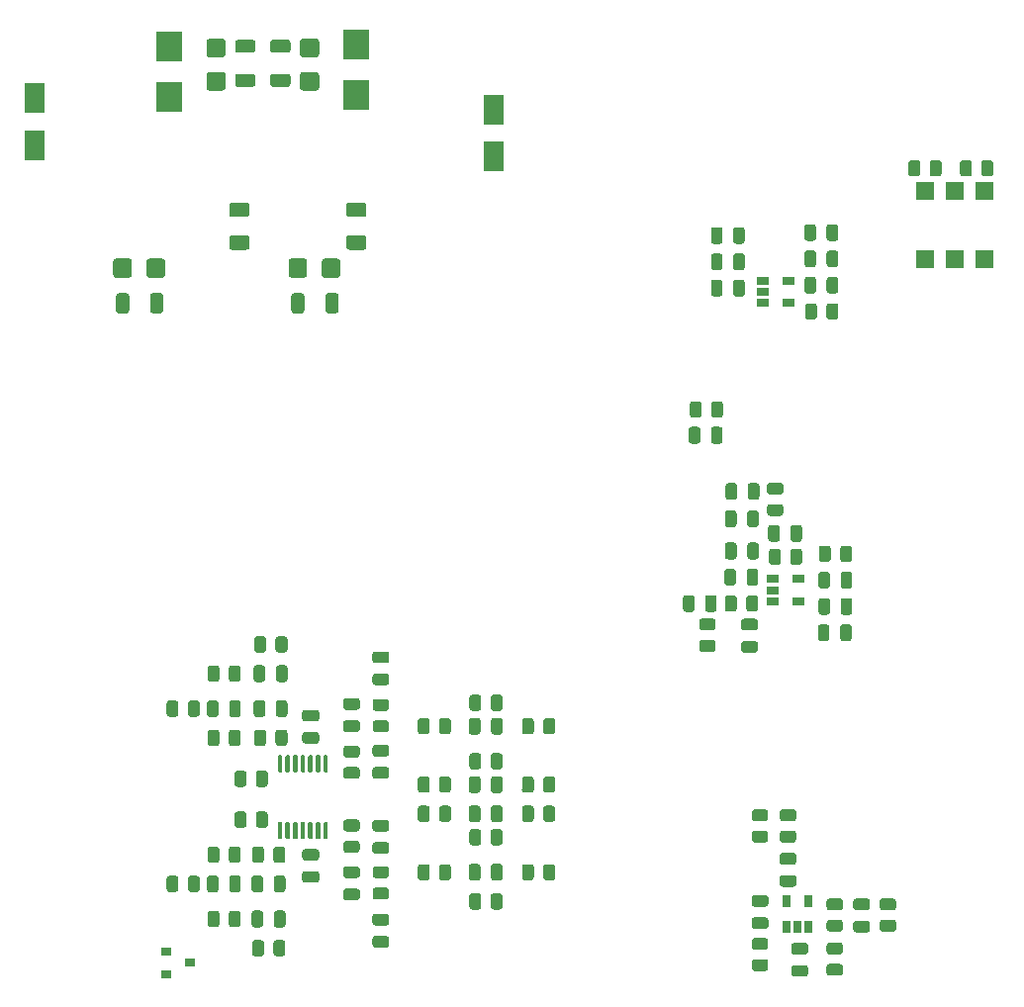
<source format=gbr>
%TF.GenerationSoftware,KiCad,Pcbnew,(5.1.8)-1*%
%TF.CreationDate,2021-09-14T11:30:17-04:00*%
%TF.ProjectId,ModularPreamp,4d6f6475-6c61-4725-9072-65616d702e6b,rev?*%
%TF.SameCoordinates,Original*%
%TF.FileFunction,Paste,Top*%
%TF.FilePolarity,Positive*%
%FSLAX46Y46*%
G04 Gerber Fmt 4.6, Leading zero omitted, Abs format (unit mm)*
G04 Created by KiCad (PCBNEW (5.1.8)-1) date 2021-09-14 11:30:17*
%MOMM*%
%LPD*%
G01*
G04 APERTURE LIST*
%ADD10R,0.900000X0.800000*%
%ADD11R,1.800000X2.500000*%
%ADD12R,1.060000X0.650000*%
%ADD13R,1.520000X1.520000*%
%ADD14R,0.650000X1.060000*%
%ADD15R,2.300000X2.500000*%
G04 APERTURE END LIST*
D10*
%TO.C,D11*%
X108000000Y-109000000D03*
X106000000Y-109950000D03*
X106000000Y-108050000D03*
%TD*%
D11*
%TO.C,D8*%
X134000000Y-36000000D03*
X134000000Y-40000000D03*
%TD*%
%TO.C,D7*%
X94750000Y-39000000D03*
X94750000Y-35000000D03*
%TD*%
D12*
%TO.C,U6*%
X159250000Y-50600000D03*
X159250000Y-52500000D03*
X157050000Y-52500000D03*
X157050000Y-51550000D03*
X157050000Y-50600000D03*
%TD*%
%TO.C,R47*%
G36*
G01*
X170512500Y-40549998D02*
X170512500Y-41450002D01*
G75*
G02*
X170262502Y-41700000I-249998J0D01*
G01*
X169737498Y-41700000D01*
G75*
G02*
X169487500Y-41450002I0J249998D01*
G01*
X169487500Y-40549998D01*
G75*
G02*
X169737498Y-40300000I249998J0D01*
G01*
X170262502Y-40300000D01*
G75*
G02*
X170512500Y-40549998I0J-249998D01*
G01*
G37*
G36*
G01*
X172337500Y-40549998D02*
X172337500Y-41450002D01*
G75*
G02*
X172087502Y-41700000I-249998J0D01*
G01*
X171562498Y-41700000D01*
G75*
G02*
X171312500Y-41450002I0J249998D01*
G01*
X171312500Y-40549998D01*
G75*
G02*
X171562498Y-40300000I249998J0D01*
G01*
X172087502Y-40300000D01*
G75*
G02*
X172337500Y-40549998I0J-249998D01*
G01*
G37*
%TD*%
%TO.C,R46*%
G36*
G01*
X175737500Y-41450002D02*
X175737500Y-40549998D01*
G75*
G02*
X175987498Y-40300000I249998J0D01*
G01*
X176512502Y-40300000D01*
G75*
G02*
X176762500Y-40549998I0J-249998D01*
G01*
X176762500Y-41450002D01*
G75*
G02*
X176512502Y-41700000I-249998J0D01*
G01*
X175987498Y-41700000D01*
G75*
G02*
X175737500Y-41450002I0J249998D01*
G01*
G37*
G36*
G01*
X173912500Y-41450002D02*
X173912500Y-40549998D01*
G75*
G02*
X174162498Y-40300000I249998J0D01*
G01*
X174687502Y-40300000D01*
G75*
G02*
X174937500Y-40549998I0J-249998D01*
G01*
X174937500Y-41450002D01*
G75*
G02*
X174687502Y-41700000I-249998J0D01*
G01*
X174162498Y-41700000D01*
G75*
G02*
X173912500Y-41450002I0J249998D01*
G01*
G37*
%TD*%
%TO.C,R45*%
G36*
G01*
X162487500Y-53700002D02*
X162487500Y-52799998D01*
G75*
G02*
X162737498Y-52550000I249998J0D01*
G01*
X163262502Y-52550000D01*
G75*
G02*
X163512500Y-52799998I0J-249998D01*
G01*
X163512500Y-53700002D01*
G75*
G02*
X163262502Y-53950000I-249998J0D01*
G01*
X162737498Y-53950000D01*
G75*
G02*
X162487500Y-53700002I0J249998D01*
G01*
G37*
G36*
G01*
X160662500Y-53700002D02*
X160662500Y-52799998D01*
G75*
G02*
X160912498Y-52550000I249998J0D01*
G01*
X161437502Y-52550000D01*
G75*
G02*
X161687500Y-52799998I0J-249998D01*
G01*
X161687500Y-53700002D01*
G75*
G02*
X161437502Y-53950000I-249998J0D01*
G01*
X160912498Y-53950000D01*
G75*
G02*
X160662500Y-53700002I0J249998D01*
G01*
G37*
%TD*%
%TO.C,C41*%
G36*
G01*
X154500000Y-47225000D02*
X154500000Y-46275000D01*
G75*
G02*
X154750000Y-46025000I250000J0D01*
G01*
X155250000Y-46025000D01*
G75*
G02*
X155500000Y-46275000I0J-250000D01*
G01*
X155500000Y-47225000D01*
G75*
G02*
X155250000Y-47475000I-250000J0D01*
G01*
X154750000Y-47475000D01*
G75*
G02*
X154500000Y-47225000I0J250000D01*
G01*
G37*
G36*
G01*
X152600000Y-47225000D02*
X152600000Y-46275000D01*
G75*
G02*
X152850000Y-46025000I250000J0D01*
G01*
X153350000Y-46025000D01*
G75*
G02*
X153600000Y-46275000I0J-250000D01*
G01*
X153600000Y-47225000D01*
G75*
G02*
X153350000Y-47475000I-250000J0D01*
G01*
X152850000Y-47475000D01*
G75*
G02*
X152600000Y-47225000I0J250000D01*
G01*
G37*
%TD*%
%TO.C,C40*%
G36*
G01*
X154500000Y-49475000D02*
X154500000Y-48525000D01*
G75*
G02*
X154750000Y-48275000I250000J0D01*
G01*
X155250000Y-48275000D01*
G75*
G02*
X155500000Y-48525000I0J-250000D01*
G01*
X155500000Y-49475000D01*
G75*
G02*
X155250000Y-49725000I-250000J0D01*
G01*
X154750000Y-49725000D01*
G75*
G02*
X154500000Y-49475000I0J250000D01*
G01*
G37*
G36*
G01*
X152600000Y-49475000D02*
X152600000Y-48525000D01*
G75*
G02*
X152850000Y-48275000I250000J0D01*
G01*
X153350000Y-48275000D01*
G75*
G02*
X153600000Y-48525000I0J-250000D01*
G01*
X153600000Y-49475000D01*
G75*
G02*
X153350000Y-49725000I-250000J0D01*
G01*
X152850000Y-49725000D01*
G75*
G02*
X152600000Y-49475000I0J250000D01*
G01*
G37*
%TD*%
%TO.C,C39*%
G36*
G01*
X154500000Y-51725000D02*
X154500000Y-50775000D01*
G75*
G02*
X154750000Y-50525000I250000J0D01*
G01*
X155250000Y-50525000D01*
G75*
G02*
X155500000Y-50775000I0J-250000D01*
G01*
X155500000Y-51725000D01*
G75*
G02*
X155250000Y-51975000I-250000J0D01*
G01*
X154750000Y-51975000D01*
G75*
G02*
X154500000Y-51725000I0J250000D01*
G01*
G37*
G36*
G01*
X152600000Y-51725000D02*
X152600000Y-50775000D01*
G75*
G02*
X152850000Y-50525000I250000J0D01*
G01*
X153350000Y-50525000D01*
G75*
G02*
X153600000Y-50775000I0J-250000D01*
G01*
X153600000Y-51725000D01*
G75*
G02*
X153350000Y-51975000I-250000J0D01*
G01*
X152850000Y-51975000D01*
G75*
G02*
X152600000Y-51725000I0J250000D01*
G01*
G37*
%TD*%
%TO.C,C38*%
G36*
G01*
X161600000Y-50525000D02*
X161600000Y-51475000D01*
G75*
G02*
X161350000Y-51725000I-250000J0D01*
G01*
X160850000Y-51725000D01*
G75*
G02*
X160600000Y-51475000I0J250000D01*
G01*
X160600000Y-50525000D01*
G75*
G02*
X160850000Y-50275000I250000J0D01*
G01*
X161350000Y-50275000D01*
G75*
G02*
X161600000Y-50525000I0J-250000D01*
G01*
G37*
G36*
G01*
X163500000Y-50525000D02*
X163500000Y-51475000D01*
G75*
G02*
X163250000Y-51725000I-250000J0D01*
G01*
X162750000Y-51725000D01*
G75*
G02*
X162500000Y-51475000I0J250000D01*
G01*
X162500000Y-50525000D01*
G75*
G02*
X162750000Y-50275000I250000J0D01*
G01*
X163250000Y-50275000D01*
G75*
G02*
X163500000Y-50525000I0J-250000D01*
G01*
G37*
%TD*%
%TO.C,C37*%
G36*
G01*
X161600000Y-48275000D02*
X161600000Y-49225000D01*
G75*
G02*
X161350000Y-49475000I-250000J0D01*
G01*
X160850000Y-49475000D01*
G75*
G02*
X160600000Y-49225000I0J250000D01*
G01*
X160600000Y-48275000D01*
G75*
G02*
X160850000Y-48025000I250000J0D01*
G01*
X161350000Y-48025000D01*
G75*
G02*
X161600000Y-48275000I0J-250000D01*
G01*
G37*
G36*
G01*
X163500000Y-48275000D02*
X163500000Y-49225000D01*
G75*
G02*
X163250000Y-49475000I-250000J0D01*
G01*
X162750000Y-49475000D01*
G75*
G02*
X162500000Y-49225000I0J250000D01*
G01*
X162500000Y-48275000D01*
G75*
G02*
X162750000Y-48025000I250000J0D01*
G01*
X163250000Y-48025000D01*
G75*
G02*
X163500000Y-48275000I0J-250000D01*
G01*
G37*
%TD*%
%TO.C,C36*%
G36*
G01*
X161600000Y-46025000D02*
X161600000Y-46975000D01*
G75*
G02*
X161350000Y-47225000I-250000J0D01*
G01*
X160850000Y-47225000D01*
G75*
G02*
X160600000Y-46975000I0J250000D01*
G01*
X160600000Y-46025000D01*
G75*
G02*
X160850000Y-45775000I250000J0D01*
G01*
X161350000Y-45775000D01*
G75*
G02*
X161600000Y-46025000I0J-250000D01*
G01*
G37*
G36*
G01*
X163500000Y-46025000D02*
X163500000Y-46975000D01*
G75*
G02*
X163250000Y-47225000I-250000J0D01*
G01*
X162750000Y-47225000D01*
G75*
G02*
X162500000Y-46975000I0J250000D01*
G01*
X162500000Y-46025000D01*
G75*
G02*
X162750000Y-45775000I250000J0D01*
G01*
X163250000Y-45775000D01*
G75*
G02*
X163500000Y-46025000I0J-250000D01*
G01*
G37*
%TD*%
%TO.C,C35*%
G36*
G01*
X155700000Y-71475000D02*
X155700000Y-70525000D01*
G75*
G02*
X155950000Y-70275000I250000J0D01*
G01*
X156450000Y-70275000D01*
G75*
G02*
X156700000Y-70525000I0J-250000D01*
G01*
X156700000Y-71475000D01*
G75*
G02*
X156450000Y-71725000I-250000J0D01*
G01*
X155950000Y-71725000D01*
G75*
G02*
X155700000Y-71475000I0J250000D01*
G01*
G37*
G36*
G01*
X153800000Y-71475000D02*
X153800000Y-70525000D01*
G75*
G02*
X154050000Y-70275000I250000J0D01*
G01*
X154550000Y-70275000D01*
G75*
G02*
X154800000Y-70525000I0J-250000D01*
G01*
X154800000Y-71475000D01*
G75*
G02*
X154550000Y-71725000I-250000J0D01*
G01*
X154050000Y-71725000D01*
G75*
G02*
X153800000Y-71475000I0J250000D01*
G01*
G37*
%TD*%
%TO.C,C34*%
G36*
G01*
X155700000Y-74225000D02*
X155700000Y-73275000D01*
G75*
G02*
X155950000Y-73025000I250000J0D01*
G01*
X156450000Y-73025000D01*
G75*
G02*
X156700000Y-73275000I0J-250000D01*
G01*
X156700000Y-74225000D01*
G75*
G02*
X156450000Y-74475000I-250000J0D01*
G01*
X155950000Y-74475000D01*
G75*
G02*
X155700000Y-74225000I0J250000D01*
G01*
G37*
G36*
G01*
X153800000Y-74225000D02*
X153800000Y-73275000D01*
G75*
G02*
X154050000Y-73025000I250000J0D01*
G01*
X154550000Y-73025000D01*
G75*
G02*
X154800000Y-73275000I0J-250000D01*
G01*
X154800000Y-74225000D01*
G75*
G02*
X154550000Y-74475000I-250000J0D01*
G01*
X154050000Y-74475000D01*
G75*
G02*
X153800000Y-74225000I0J250000D01*
G01*
G37*
%TD*%
%TO.C,C33*%
G36*
G01*
X155650000Y-76475000D02*
X155650000Y-75525000D01*
G75*
G02*
X155900000Y-75275000I250000J0D01*
G01*
X156400000Y-75275000D01*
G75*
G02*
X156650000Y-75525000I0J-250000D01*
G01*
X156650000Y-76475000D01*
G75*
G02*
X156400000Y-76725000I-250000J0D01*
G01*
X155900000Y-76725000D01*
G75*
G02*
X155650000Y-76475000I0J250000D01*
G01*
G37*
G36*
G01*
X153750000Y-76475000D02*
X153750000Y-75525000D01*
G75*
G02*
X154000000Y-75275000I250000J0D01*
G01*
X154500000Y-75275000D01*
G75*
G02*
X154750000Y-75525000I0J-250000D01*
G01*
X154750000Y-76475000D01*
G75*
G02*
X154500000Y-76725000I-250000J0D01*
G01*
X154000000Y-76725000D01*
G75*
G02*
X153750000Y-76475000I0J250000D01*
G01*
G37*
%TD*%
%TO.C,C32*%
G36*
G01*
X162800000Y-75775000D02*
X162800000Y-76725000D01*
G75*
G02*
X162550000Y-76975000I-250000J0D01*
G01*
X162050000Y-76975000D01*
G75*
G02*
X161800000Y-76725000I0J250000D01*
G01*
X161800000Y-75775000D01*
G75*
G02*
X162050000Y-75525000I250000J0D01*
G01*
X162550000Y-75525000D01*
G75*
G02*
X162800000Y-75775000I0J-250000D01*
G01*
G37*
G36*
G01*
X164700000Y-75775000D02*
X164700000Y-76725000D01*
G75*
G02*
X164450000Y-76975000I-250000J0D01*
G01*
X163950000Y-76975000D01*
G75*
G02*
X163700000Y-76725000I0J250000D01*
G01*
X163700000Y-75775000D01*
G75*
G02*
X163950000Y-75525000I250000J0D01*
G01*
X164450000Y-75525000D01*
G75*
G02*
X164700000Y-75775000I0J-250000D01*
G01*
G37*
%TD*%
%TO.C,C31*%
G36*
G01*
X162800000Y-78025000D02*
X162800000Y-78975000D01*
G75*
G02*
X162550000Y-79225000I-250000J0D01*
G01*
X162050000Y-79225000D01*
G75*
G02*
X161800000Y-78975000I0J250000D01*
G01*
X161800000Y-78025000D01*
G75*
G02*
X162050000Y-77775000I250000J0D01*
G01*
X162550000Y-77775000D01*
G75*
G02*
X162800000Y-78025000I0J-250000D01*
G01*
G37*
G36*
G01*
X164700000Y-78025000D02*
X164700000Y-78975000D01*
G75*
G02*
X164450000Y-79225000I-250000J0D01*
G01*
X163950000Y-79225000D01*
G75*
G02*
X163700000Y-78975000I0J250000D01*
G01*
X163700000Y-78025000D01*
G75*
G02*
X163950000Y-77775000I250000J0D01*
G01*
X164450000Y-77775000D01*
G75*
G02*
X164700000Y-78025000I0J-250000D01*
G01*
G37*
%TD*%
%TO.C,C30*%
G36*
G01*
X162750000Y-80275000D02*
X162750000Y-81225000D01*
G75*
G02*
X162500000Y-81475000I-250000J0D01*
G01*
X162000000Y-81475000D01*
G75*
G02*
X161750000Y-81225000I0J250000D01*
G01*
X161750000Y-80275000D01*
G75*
G02*
X162000000Y-80025000I250000J0D01*
G01*
X162500000Y-80025000D01*
G75*
G02*
X162750000Y-80275000I0J-250000D01*
G01*
G37*
G36*
G01*
X164650000Y-80275000D02*
X164650000Y-81225000D01*
G75*
G02*
X164400000Y-81475000I-250000J0D01*
G01*
X163900000Y-81475000D01*
G75*
G02*
X163650000Y-81225000I0J250000D01*
G01*
X163650000Y-80275000D01*
G75*
G02*
X163900000Y-80025000I250000J0D01*
G01*
X164400000Y-80025000D01*
G75*
G02*
X164650000Y-80275000I0J-250000D01*
G01*
G37*
%TD*%
D13*
%TO.C,X1*%
X170920000Y-42908000D03*
X173460000Y-42908000D03*
X176000000Y-42908000D03*
X176000000Y-48750000D03*
X173460000Y-48750000D03*
X170920000Y-48750000D03*
%TD*%
%TO.C,R44*%
G36*
G01*
X162850000Y-73549998D02*
X162850000Y-74450002D01*
G75*
G02*
X162600002Y-74700000I-249998J0D01*
G01*
X162074998Y-74700000D01*
G75*
G02*
X161825000Y-74450002I0J249998D01*
G01*
X161825000Y-73549998D01*
G75*
G02*
X162074998Y-73300000I249998J0D01*
G01*
X162600002Y-73300000D01*
G75*
G02*
X162850000Y-73549998I0J-249998D01*
G01*
G37*
G36*
G01*
X164675000Y-73549998D02*
X164675000Y-74450002D01*
G75*
G02*
X164425002Y-74700000I-249998J0D01*
G01*
X163899998Y-74700000D01*
G75*
G02*
X163650000Y-74450002I0J249998D01*
G01*
X163650000Y-73549998D01*
G75*
G02*
X163899998Y-73300000I249998J0D01*
G01*
X164425002Y-73300000D01*
G75*
G02*
X164675000Y-73549998I0J-249998D01*
G01*
G37*
%TD*%
%TO.C,R43*%
G36*
G01*
X158587500Y-73799998D02*
X158587500Y-74700002D01*
G75*
G02*
X158337502Y-74950000I-249998J0D01*
G01*
X157812498Y-74950000D01*
G75*
G02*
X157562500Y-74700002I0J249998D01*
G01*
X157562500Y-73799998D01*
G75*
G02*
X157812498Y-73550000I249998J0D01*
G01*
X158337502Y-73550000D01*
G75*
G02*
X158587500Y-73799998I0J-249998D01*
G01*
G37*
G36*
G01*
X160412500Y-73799998D02*
X160412500Y-74700002D01*
G75*
G02*
X160162502Y-74950000I-249998J0D01*
G01*
X159637498Y-74950000D01*
G75*
G02*
X159387500Y-74700002I0J249998D01*
G01*
X159387500Y-73799998D01*
G75*
G02*
X159637498Y-73550000I249998J0D01*
G01*
X160162502Y-73550000D01*
G75*
G02*
X160412500Y-73799998I0J-249998D01*
G01*
G37*
%TD*%
%TO.C,C29*%
G36*
G01*
X152600000Y-64325000D02*
X152600000Y-63375000D01*
G75*
G02*
X152850000Y-63125000I250000J0D01*
G01*
X153350000Y-63125000D01*
G75*
G02*
X153600000Y-63375000I0J-250000D01*
G01*
X153600000Y-64325000D01*
G75*
G02*
X153350000Y-64575000I-250000J0D01*
G01*
X152850000Y-64575000D01*
G75*
G02*
X152600000Y-64325000I0J250000D01*
G01*
G37*
G36*
G01*
X150700000Y-64325000D02*
X150700000Y-63375000D01*
G75*
G02*
X150950000Y-63125000I250000J0D01*
G01*
X151450000Y-63125000D01*
G75*
G02*
X151700000Y-63375000I0J-250000D01*
G01*
X151700000Y-64325000D01*
G75*
G02*
X151450000Y-64575000I-250000J0D01*
G01*
X150950000Y-64575000D01*
G75*
G02*
X150700000Y-64325000I0J250000D01*
G01*
G37*
%TD*%
%TO.C,C28*%
G36*
G01*
X158500000Y-71775000D02*
X158500000Y-72725000D01*
G75*
G02*
X158250000Y-72975000I-250000J0D01*
G01*
X157750000Y-72975000D01*
G75*
G02*
X157500000Y-72725000I0J250000D01*
G01*
X157500000Y-71775000D01*
G75*
G02*
X157750000Y-71525000I250000J0D01*
G01*
X158250000Y-71525000D01*
G75*
G02*
X158500000Y-71775000I0J-250000D01*
G01*
G37*
G36*
G01*
X160400000Y-71775000D02*
X160400000Y-72725000D01*
G75*
G02*
X160150000Y-72975000I-250000J0D01*
G01*
X159650000Y-72975000D01*
G75*
G02*
X159400000Y-72725000I0J250000D01*
G01*
X159400000Y-71775000D01*
G75*
G02*
X159650000Y-71525000I250000J0D01*
G01*
X160150000Y-71525000D01*
G75*
G02*
X160400000Y-71775000I0J-250000D01*
G01*
G37*
%TD*%
D12*
%TO.C,U5*%
X160100000Y-76150000D03*
X160100000Y-78050000D03*
X157900000Y-78050000D03*
X157900000Y-77100000D03*
X157900000Y-76150000D03*
%TD*%
%TO.C,R42*%
G36*
G01*
X152612500Y-62100002D02*
X152612500Y-61199998D01*
G75*
G02*
X152862498Y-60950000I249998J0D01*
G01*
X153387502Y-60950000D01*
G75*
G02*
X153637500Y-61199998I0J-249998D01*
G01*
X153637500Y-62100002D01*
G75*
G02*
X153387502Y-62350000I-249998J0D01*
G01*
X152862498Y-62350000D01*
G75*
G02*
X152612500Y-62100002I0J249998D01*
G01*
G37*
G36*
G01*
X150787500Y-62100002D02*
X150787500Y-61199998D01*
G75*
G02*
X151037498Y-60950000I249998J0D01*
G01*
X151562502Y-60950000D01*
G75*
G02*
X151812500Y-61199998I0J-249998D01*
G01*
X151812500Y-62100002D01*
G75*
G02*
X151562502Y-62350000I-249998J0D01*
G01*
X151037498Y-62350000D01*
G75*
G02*
X150787500Y-62100002I0J249998D01*
G01*
G37*
%TD*%
%TO.C,R41*%
G36*
G01*
X157649998Y-69737500D02*
X158550002Y-69737500D01*
G75*
G02*
X158800000Y-69987498I0J-249998D01*
G01*
X158800000Y-70512502D01*
G75*
G02*
X158550002Y-70762500I-249998J0D01*
G01*
X157649998Y-70762500D01*
G75*
G02*
X157400000Y-70512502I0J249998D01*
G01*
X157400000Y-69987498D01*
G75*
G02*
X157649998Y-69737500I249998J0D01*
G01*
G37*
G36*
G01*
X157649998Y-67912500D02*
X158550002Y-67912500D01*
G75*
G02*
X158800000Y-68162498I0J-249998D01*
G01*
X158800000Y-68687502D01*
G75*
G02*
X158550002Y-68937500I-249998J0D01*
G01*
X157649998Y-68937500D01*
G75*
G02*
X157400000Y-68687502I0J249998D01*
G01*
X157400000Y-68162498D01*
G75*
G02*
X157649998Y-67912500I249998J0D01*
G01*
G37*
%TD*%
%TO.C,R40*%
G36*
G01*
X154812500Y-77799998D02*
X154812500Y-78700002D01*
G75*
G02*
X154562502Y-78950000I-249998J0D01*
G01*
X154037498Y-78950000D01*
G75*
G02*
X153787500Y-78700002I0J249998D01*
G01*
X153787500Y-77799998D01*
G75*
G02*
X154037498Y-77550000I249998J0D01*
G01*
X154562502Y-77550000D01*
G75*
G02*
X154812500Y-77799998I0J-249998D01*
G01*
G37*
G36*
G01*
X156637500Y-77799998D02*
X156637500Y-78700002D01*
G75*
G02*
X156387502Y-78950000I-249998J0D01*
G01*
X155862498Y-78950000D01*
G75*
G02*
X155612500Y-78700002I0J249998D01*
G01*
X155612500Y-77799998D01*
G75*
G02*
X155862498Y-77550000I249998J0D01*
G01*
X156387502Y-77550000D01*
G75*
G02*
X156637500Y-77799998I0J-249998D01*
G01*
G37*
%TD*%
%TO.C,R39*%
G36*
G01*
X152750002Y-80562500D02*
X151849998Y-80562500D01*
G75*
G02*
X151600000Y-80312502I0J249998D01*
G01*
X151600000Y-79787498D01*
G75*
G02*
X151849998Y-79537500I249998J0D01*
G01*
X152750002Y-79537500D01*
G75*
G02*
X153000000Y-79787498I0J-249998D01*
G01*
X153000000Y-80312502D01*
G75*
G02*
X152750002Y-80562500I-249998J0D01*
G01*
G37*
G36*
G01*
X152750002Y-82387500D02*
X151849998Y-82387500D01*
G75*
G02*
X151600000Y-82137502I0J249998D01*
G01*
X151600000Y-81612498D01*
G75*
G02*
X151849998Y-81362500I249998J0D01*
G01*
X152750002Y-81362500D01*
G75*
G02*
X153000000Y-81612498I0J-249998D01*
G01*
X153000000Y-82137502D01*
G75*
G02*
X152750002Y-82387500I-249998J0D01*
G01*
G37*
%TD*%
%TO.C,C27*%
G36*
G01*
X155750000Y-69125000D02*
X155750000Y-68175000D01*
G75*
G02*
X156000000Y-67925000I250000J0D01*
G01*
X156500000Y-67925000D01*
G75*
G02*
X156750000Y-68175000I0J-250000D01*
G01*
X156750000Y-69125000D01*
G75*
G02*
X156500000Y-69375000I-250000J0D01*
G01*
X156000000Y-69375000D01*
G75*
G02*
X155750000Y-69125000I0J250000D01*
G01*
G37*
G36*
G01*
X153850000Y-69125000D02*
X153850000Y-68175000D01*
G75*
G02*
X154100000Y-67925000I250000J0D01*
G01*
X154600000Y-67925000D01*
G75*
G02*
X154850000Y-68175000I0J-250000D01*
G01*
X154850000Y-69125000D01*
G75*
G02*
X154600000Y-69375000I-250000J0D01*
G01*
X154100000Y-69375000D01*
G75*
G02*
X153850000Y-69125000I0J250000D01*
G01*
G37*
%TD*%
%TO.C,C26*%
G36*
G01*
X156375000Y-80550000D02*
X155425000Y-80550000D01*
G75*
G02*
X155175000Y-80300000I0J250000D01*
G01*
X155175000Y-79800000D01*
G75*
G02*
X155425000Y-79550000I250000J0D01*
G01*
X156375000Y-79550000D01*
G75*
G02*
X156625000Y-79800000I0J-250000D01*
G01*
X156625000Y-80300000D01*
G75*
G02*
X156375000Y-80550000I-250000J0D01*
G01*
G37*
G36*
G01*
X156375000Y-82450000D02*
X155425000Y-82450000D01*
G75*
G02*
X155175000Y-82200000I0J250000D01*
G01*
X155175000Y-81700000D01*
G75*
G02*
X155425000Y-81450000I250000J0D01*
G01*
X156375000Y-81450000D01*
G75*
G02*
X156625000Y-81700000I0J-250000D01*
G01*
X156625000Y-82200000D01*
G75*
G02*
X156375000Y-82450000I-250000J0D01*
G01*
G37*
%TD*%
%TO.C,C25*%
G36*
G01*
X151200000Y-77775000D02*
X151200000Y-78725000D01*
G75*
G02*
X150950000Y-78975000I-250000J0D01*
G01*
X150450000Y-78975000D01*
G75*
G02*
X150200000Y-78725000I0J250000D01*
G01*
X150200000Y-77775000D01*
G75*
G02*
X150450000Y-77525000I250000J0D01*
G01*
X150950000Y-77525000D01*
G75*
G02*
X151200000Y-77775000I0J-250000D01*
G01*
G37*
G36*
G01*
X153100000Y-77775000D02*
X153100000Y-78725000D01*
G75*
G02*
X152850000Y-78975000I-250000J0D01*
G01*
X152350000Y-78975000D01*
G75*
G02*
X152100000Y-78725000I0J250000D01*
G01*
X152100000Y-77775000D01*
G75*
G02*
X152350000Y-77525000I250000J0D01*
G01*
X152850000Y-77525000D01*
G75*
G02*
X153100000Y-77775000I0J-250000D01*
G01*
G37*
%TD*%
%TO.C,C24*%
G36*
G01*
X165975000Y-104500000D02*
X165025000Y-104500000D01*
G75*
G02*
X164775000Y-104250000I0J250000D01*
G01*
X164775000Y-103750000D01*
G75*
G02*
X165025000Y-103500000I250000J0D01*
G01*
X165975000Y-103500000D01*
G75*
G02*
X166225000Y-103750000I0J-250000D01*
G01*
X166225000Y-104250000D01*
G75*
G02*
X165975000Y-104500000I-250000J0D01*
G01*
G37*
G36*
G01*
X165975000Y-106400000D02*
X165025000Y-106400000D01*
G75*
G02*
X164775000Y-106150000I0J250000D01*
G01*
X164775000Y-105650000D01*
G75*
G02*
X165025000Y-105400000I250000J0D01*
G01*
X165975000Y-105400000D01*
G75*
G02*
X166225000Y-105650000I0J-250000D01*
G01*
X166225000Y-106150000D01*
G75*
G02*
X165975000Y-106400000I-250000J0D01*
G01*
G37*
%TD*%
D14*
%TO.C,U4*%
X159050000Y-103700000D03*
X160950000Y-103700000D03*
X160950000Y-105900000D03*
X160000000Y-105900000D03*
X159050000Y-105900000D03*
%TD*%
%TO.C,R38*%
G36*
G01*
X156349998Y-97687500D02*
X157250002Y-97687500D01*
G75*
G02*
X157500000Y-97937498I0J-249998D01*
G01*
X157500000Y-98462502D01*
G75*
G02*
X157250002Y-98712500I-249998J0D01*
G01*
X156349998Y-98712500D01*
G75*
G02*
X156100000Y-98462502I0J249998D01*
G01*
X156100000Y-97937498D01*
G75*
G02*
X156349998Y-97687500I249998J0D01*
G01*
G37*
G36*
G01*
X156349998Y-95862500D02*
X157250002Y-95862500D01*
G75*
G02*
X157500000Y-96112498I0J-249998D01*
G01*
X157500000Y-96637502D01*
G75*
G02*
X157250002Y-96887500I-249998J0D01*
G01*
X156349998Y-96887500D01*
G75*
G02*
X156100000Y-96637502I0J249998D01*
G01*
X156100000Y-96112498D01*
G75*
G02*
X156349998Y-95862500I249998J0D01*
G01*
G37*
%TD*%
%TO.C,R37*%
G36*
G01*
X158749998Y-97687500D02*
X159650002Y-97687500D01*
G75*
G02*
X159900000Y-97937498I0J-249998D01*
G01*
X159900000Y-98462502D01*
G75*
G02*
X159650002Y-98712500I-249998J0D01*
G01*
X158749998Y-98712500D01*
G75*
G02*
X158500000Y-98462502I0J249998D01*
G01*
X158500000Y-97937498D01*
G75*
G02*
X158749998Y-97687500I249998J0D01*
G01*
G37*
G36*
G01*
X158749998Y-95862500D02*
X159650002Y-95862500D01*
G75*
G02*
X159900000Y-96112498I0J-249998D01*
G01*
X159900000Y-96637502D01*
G75*
G02*
X159650002Y-96887500I-249998J0D01*
G01*
X158749998Y-96887500D01*
G75*
G02*
X158500000Y-96637502I0J249998D01*
G01*
X158500000Y-96112498D01*
G75*
G02*
X158749998Y-95862500I249998J0D01*
G01*
G37*
%TD*%
%TO.C,R36*%
G36*
G01*
X156349998Y-108687500D02*
X157250002Y-108687500D01*
G75*
G02*
X157500000Y-108937498I0J-249998D01*
G01*
X157500000Y-109462502D01*
G75*
G02*
X157250002Y-109712500I-249998J0D01*
G01*
X156349998Y-109712500D01*
G75*
G02*
X156100000Y-109462502I0J249998D01*
G01*
X156100000Y-108937498D01*
G75*
G02*
X156349998Y-108687500I249998J0D01*
G01*
G37*
G36*
G01*
X156349998Y-106862500D02*
X157250002Y-106862500D01*
G75*
G02*
X157500000Y-107112498I0J-249998D01*
G01*
X157500000Y-107637502D01*
G75*
G02*
X157250002Y-107887500I-249998J0D01*
G01*
X156349998Y-107887500D01*
G75*
G02*
X156100000Y-107637502I0J249998D01*
G01*
X156100000Y-107112498D01*
G75*
G02*
X156349998Y-106862500I249998J0D01*
G01*
G37*
%TD*%
%TO.C,R35*%
G36*
G01*
X163650002Y-104512500D02*
X162749998Y-104512500D01*
G75*
G02*
X162500000Y-104262502I0J249998D01*
G01*
X162500000Y-103737498D01*
G75*
G02*
X162749998Y-103487500I249998J0D01*
G01*
X163650002Y-103487500D01*
G75*
G02*
X163900000Y-103737498I0J-249998D01*
G01*
X163900000Y-104262502D01*
G75*
G02*
X163650002Y-104512500I-249998J0D01*
G01*
G37*
G36*
G01*
X163650002Y-106337500D02*
X162749998Y-106337500D01*
G75*
G02*
X162500000Y-106087502I0J249998D01*
G01*
X162500000Y-105562498D01*
G75*
G02*
X162749998Y-105312500I249998J0D01*
G01*
X163650002Y-105312500D01*
G75*
G02*
X163900000Y-105562498I0J-249998D01*
G01*
X163900000Y-106087502D01*
G75*
G02*
X163650002Y-106337500I-249998J0D01*
G01*
G37*
%TD*%
%TO.C,R34*%
G36*
G01*
X162749998Y-109087500D02*
X163650002Y-109087500D01*
G75*
G02*
X163900000Y-109337498I0J-249998D01*
G01*
X163900000Y-109862502D01*
G75*
G02*
X163650002Y-110112500I-249998J0D01*
G01*
X162749998Y-110112500D01*
G75*
G02*
X162500000Y-109862502I0J249998D01*
G01*
X162500000Y-109337498D01*
G75*
G02*
X162749998Y-109087500I249998J0D01*
G01*
G37*
G36*
G01*
X162749998Y-107262500D02*
X163650002Y-107262500D01*
G75*
G02*
X163900000Y-107512498I0J-249998D01*
G01*
X163900000Y-108037502D01*
G75*
G02*
X163650002Y-108287500I-249998J0D01*
G01*
X162749998Y-108287500D01*
G75*
G02*
X162500000Y-108037502I0J249998D01*
G01*
X162500000Y-107512498D01*
G75*
G02*
X162749998Y-107262500I249998J0D01*
G01*
G37*
%TD*%
%TO.C,R33*%
G36*
G01*
X167299998Y-105312500D02*
X168200002Y-105312500D01*
G75*
G02*
X168450000Y-105562498I0J-249998D01*
G01*
X168450000Y-106087502D01*
G75*
G02*
X168200002Y-106337500I-249998J0D01*
G01*
X167299998Y-106337500D01*
G75*
G02*
X167050000Y-106087502I0J249998D01*
G01*
X167050000Y-105562498D01*
G75*
G02*
X167299998Y-105312500I249998J0D01*
G01*
G37*
G36*
G01*
X167299998Y-103487500D02*
X168200002Y-103487500D01*
G75*
G02*
X168450000Y-103737498I0J-249998D01*
G01*
X168450000Y-104262502D01*
G75*
G02*
X168200002Y-104512500I-249998J0D01*
G01*
X167299998Y-104512500D01*
G75*
G02*
X167050000Y-104262502I0J249998D01*
G01*
X167050000Y-103737498D01*
G75*
G02*
X167299998Y-103487500I249998J0D01*
G01*
G37*
%TD*%
%TO.C,C23*%
G36*
G01*
X160675000Y-108300000D02*
X159725000Y-108300000D01*
G75*
G02*
X159475000Y-108050000I0J250000D01*
G01*
X159475000Y-107550000D01*
G75*
G02*
X159725000Y-107300000I250000J0D01*
G01*
X160675000Y-107300000D01*
G75*
G02*
X160925000Y-107550000I0J-250000D01*
G01*
X160925000Y-108050000D01*
G75*
G02*
X160675000Y-108300000I-250000J0D01*
G01*
G37*
G36*
G01*
X160675000Y-110200000D02*
X159725000Y-110200000D01*
G75*
G02*
X159475000Y-109950000I0J250000D01*
G01*
X159475000Y-109450000D01*
G75*
G02*
X159725000Y-109200000I250000J0D01*
G01*
X160675000Y-109200000D01*
G75*
G02*
X160925000Y-109450000I0J-250000D01*
G01*
X160925000Y-109950000D01*
G75*
G02*
X160675000Y-110200000I-250000J0D01*
G01*
G37*
%TD*%
%TO.C,C22*%
G36*
G01*
X158725000Y-101500000D02*
X159675000Y-101500000D01*
G75*
G02*
X159925000Y-101750000I0J-250000D01*
G01*
X159925000Y-102250000D01*
G75*
G02*
X159675000Y-102500000I-250000J0D01*
G01*
X158725000Y-102500000D01*
G75*
G02*
X158475000Y-102250000I0J250000D01*
G01*
X158475000Y-101750000D01*
G75*
G02*
X158725000Y-101500000I250000J0D01*
G01*
G37*
G36*
G01*
X158725000Y-99600000D02*
X159675000Y-99600000D01*
G75*
G02*
X159925000Y-99850000I0J-250000D01*
G01*
X159925000Y-100350000D01*
G75*
G02*
X159675000Y-100600000I-250000J0D01*
G01*
X158725000Y-100600000D01*
G75*
G02*
X158475000Y-100350000I0J250000D01*
G01*
X158475000Y-99850000D01*
G75*
G02*
X158725000Y-99600000I250000J0D01*
G01*
G37*
%TD*%
%TO.C,C21*%
G36*
G01*
X156325000Y-105100000D02*
X157275000Y-105100000D01*
G75*
G02*
X157525000Y-105350000I0J-250000D01*
G01*
X157525000Y-105850000D01*
G75*
G02*
X157275000Y-106100000I-250000J0D01*
G01*
X156325000Y-106100000D01*
G75*
G02*
X156075000Y-105850000I0J250000D01*
G01*
X156075000Y-105350000D01*
G75*
G02*
X156325000Y-105100000I250000J0D01*
G01*
G37*
G36*
G01*
X156325000Y-103200000D02*
X157275000Y-103200000D01*
G75*
G02*
X157525000Y-103450000I0J-250000D01*
G01*
X157525000Y-103950000D01*
G75*
G02*
X157275000Y-104200000I-250000J0D01*
G01*
X156325000Y-104200000D01*
G75*
G02*
X156075000Y-103950000I0J250000D01*
G01*
X156075000Y-103450000D01*
G75*
G02*
X156325000Y-103200000I250000J0D01*
G01*
G37*
%TD*%
%TO.C,C8*%
G36*
G01*
X114292500Y-101775000D02*
X114292500Y-102725000D01*
G75*
G02*
X114042500Y-102975000I-250000J0D01*
G01*
X113542500Y-102975000D01*
G75*
G02*
X113292500Y-102725000I0J250000D01*
G01*
X113292500Y-101775000D01*
G75*
G02*
X113542500Y-101525000I250000J0D01*
G01*
X114042500Y-101525000D01*
G75*
G02*
X114292500Y-101775000I0J-250000D01*
G01*
G37*
G36*
G01*
X116192500Y-101775000D02*
X116192500Y-102725000D01*
G75*
G02*
X115942500Y-102975000I-250000J0D01*
G01*
X115442500Y-102975000D01*
G75*
G02*
X115192500Y-102725000I0J250000D01*
G01*
X115192500Y-101775000D01*
G75*
G02*
X115442500Y-101525000I250000J0D01*
G01*
X115942500Y-101525000D01*
G75*
G02*
X116192500Y-101775000I0J-250000D01*
G01*
G37*
%TD*%
%TO.C,C4*%
G36*
G01*
X123875000Y-92250000D02*
X124825000Y-92250000D01*
G75*
G02*
X125075000Y-92500000I0J-250000D01*
G01*
X125075000Y-93000000D01*
G75*
G02*
X124825000Y-93250000I-250000J0D01*
G01*
X123875000Y-93250000D01*
G75*
G02*
X123625000Y-93000000I0J250000D01*
G01*
X123625000Y-92500000D01*
G75*
G02*
X123875000Y-92250000I250000J0D01*
G01*
G37*
G36*
G01*
X123875000Y-90350000D02*
X124825000Y-90350000D01*
G75*
G02*
X125075000Y-90600000I0J-250000D01*
G01*
X125075000Y-91100000D01*
G75*
G02*
X124825000Y-91350000I-250000J0D01*
G01*
X123875000Y-91350000D01*
G75*
G02*
X123625000Y-91100000I0J250000D01*
G01*
X123625000Y-90600000D01*
G75*
G02*
X123875000Y-90350000I250000J0D01*
G01*
G37*
%TD*%
%TO.C,C20*%
G36*
G01*
X132875000Y-88275000D02*
X132875000Y-89225000D01*
G75*
G02*
X132625000Y-89475000I-250000J0D01*
G01*
X132125000Y-89475000D01*
G75*
G02*
X131875000Y-89225000I0J250000D01*
G01*
X131875000Y-88275000D01*
G75*
G02*
X132125000Y-88025000I250000J0D01*
G01*
X132625000Y-88025000D01*
G75*
G02*
X132875000Y-88275000I0J-250000D01*
G01*
G37*
G36*
G01*
X134775000Y-88275000D02*
X134775000Y-89225000D01*
G75*
G02*
X134525000Y-89475000I-250000J0D01*
G01*
X134025000Y-89475000D01*
G75*
G02*
X133775000Y-89225000I0J250000D01*
G01*
X133775000Y-88275000D01*
G75*
G02*
X134025000Y-88025000I250000J0D01*
G01*
X134525000Y-88025000D01*
G75*
G02*
X134775000Y-88275000I0J-250000D01*
G01*
G37*
%TD*%
%TO.C,C19*%
G36*
G01*
X132875000Y-100775000D02*
X132875000Y-101725000D01*
G75*
G02*
X132625000Y-101975000I-250000J0D01*
G01*
X132125000Y-101975000D01*
G75*
G02*
X131875000Y-101725000I0J250000D01*
G01*
X131875000Y-100775000D01*
G75*
G02*
X132125000Y-100525000I250000J0D01*
G01*
X132625000Y-100525000D01*
G75*
G02*
X132875000Y-100775000I0J-250000D01*
G01*
G37*
G36*
G01*
X134775000Y-100775000D02*
X134775000Y-101725000D01*
G75*
G02*
X134525000Y-101975000I-250000J0D01*
G01*
X134025000Y-101975000D01*
G75*
G02*
X133775000Y-101725000I0J250000D01*
G01*
X133775000Y-100775000D01*
G75*
G02*
X134025000Y-100525000I250000J0D01*
G01*
X134525000Y-100525000D01*
G75*
G02*
X134775000Y-100775000I0J-250000D01*
G01*
G37*
%TD*%
%TO.C,C18*%
G36*
G01*
X132875000Y-95775000D02*
X132875000Y-96725000D01*
G75*
G02*
X132625000Y-96975000I-250000J0D01*
G01*
X132125000Y-96975000D01*
G75*
G02*
X131875000Y-96725000I0J250000D01*
G01*
X131875000Y-95775000D01*
G75*
G02*
X132125000Y-95525000I250000J0D01*
G01*
X132625000Y-95525000D01*
G75*
G02*
X132875000Y-95775000I0J-250000D01*
G01*
G37*
G36*
G01*
X134775000Y-95775000D02*
X134775000Y-96725000D01*
G75*
G02*
X134525000Y-96975000I-250000J0D01*
G01*
X134025000Y-96975000D01*
G75*
G02*
X133775000Y-96725000I0J250000D01*
G01*
X133775000Y-95775000D01*
G75*
G02*
X134025000Y-95525000I250000J0D01*
G01*
X134525000Y-95525000D01*
G75*
G02*
X134775000Y-95775000I0J-250000D01*
G01*
G37*
%TD*%
%TO.C,C17*%
G36*
G01*
X132875000Y-93275000D02*
X132875000Y-94225000D01*
G75*
G02*
X132625000Y-94475000I-250000J0D01*
G01*
X132125000Y-94475000D01*
G75*
G02*
X131875000Y-94225000I0J250000D01*
G01*
X131875000Y-93275000D01*
G75*
G02*
X132125000Y-93025000I250000J0D01*
G01*
X132625000Y-93025000D01*
G75*
G02*
X132875000Y-93275000I0J-250000D01*
G01*
G37*
G36*
G01*
X134775000Y-93275000D02*
X134775000Y-94225000D01*
G75*
G02*
X134525000Y-94475000I-250000J0D01*
G01*
X134025000Y-94475000D01*
G75*
G02*
X133775000Y-94225000I0J250000D01*
G01*
X133775000Y-93275000D01*
G75*
G02*
X134025000Y-93025000I250000J0D01*
G01*
X134525000Y-93025000D01*
G75*
G02*
X134775000Y-93275000I0J-250000D01*
G01*
G37*
%TD*%
%TO.C,C16*%
G36*
G01*
X118825000Y-100250000D02*
X117875000Y-100250000D01*
G75*
G02*
X117625000Y-100000000I0J250000D01*
G01*
X117625000Y-99500000D01*
G75*
G02*
X117875000Y-99250000I250000J0D01*
G01*
X118825000Y-99250000D01*
G75*
G02*
X119075000Y-99500000I0J-250000D01*
G01*
X119075000Y-100000000D01*
G75*
G02*
X118825000Y-100250000I-250000J0D01*
G01*
G37*
G36*
G01*
X118825000Y-102150000D02*
X117875000Y-102150000D01*
G75*
G02*
X117625000Y-101900000I0J250000D01*
G01*
X117625000Y-101400000D01*
G75*
G02*
X117875000Y-101150000I250000J0D01*
G01*
X118825000Y-101150000D01*
G75*
G02*
X119075000Y-101400000I0J-250000D01*
G01*
X119075000Y-101900000D01*
G75*
G02*
X118825000Y-102150000I-250000J0D01*
G01*
G37*
%TD*%
%TO.C,C15*%
G36*
G01*
X117875000Y-89250000D02*
X118825000Y-89250000D01*
G75*
G02*
X119075000Y-89500000I0J-250000D01*
G01*
X119075000Y-90000000D01*
G75*
G02*
X118825000Y-90250000I-250000J0D01*
G01*
X117875000Y-90250000D01*
G75*
G02*
X117625000Y-90000000I0J250000D01*
G01*
X117625000Y-89500000D01*
G75*
G02*
X117875000Y-89250000I250000J0D01*
G01*
G37*
G36*
G01*
X117875000Y-87350000D02*
X118825000Y-87350000D01*
G75*
G02*
X119075000Y-87600000I0J-250000D01*
G01*
X119075000Y-88100000D01*
G75*
G02*
X118825000Y-88350000I-250000J0D01*
G01*
X117875000Y-88350000D01*
G75*
G02*
X117625000Y-88100000I0J250000D01*
G01*
X117625000Y-87600000D01*
G75*
G02*
X117875000Y-87350000I250000J0D01*
G01*
G37*
%TD*%
%TO.C,C14*%
G36*
G01*
X122325000Y-101750000D02*
X121375000Y-101750000D01*
G75*
G02*
X121125000Y-101500000I0J250000D01*
G01*
X121125000Y-101000000D01*
G75*
G02*
X121375000Y-100750000I250000J0D01*
G01*
X122325000Y-100750000D01*
G75*
G02*
X122575000Y-101000000I0J-250000D01*
G01*
X122575000Y-101500000D01*
G75*
G02*
X122325000Y-101750000I-250000J0D01*
G01*
G37*
G36*
G01*
X122325000Y-103650000D02*
X121375000Y-103650000D01*
G75*
G02*
X121125000Y-103400000I0J250000D01*
G01*
X121125000Y-102900000D01*
G75*
G02*
X121375000Y-102650000I250000J0D01*
G01*
X122325000Y-102650000D01*
G75*
G02*
X122575000Y-102900000I0J-250000D01*
G01*
X122575000Y-103400000D01*
G75*
G02*
X122325000Y-103650000I-250000J0D01*
G01*
G37*
%TD*%
%TO.C,C13*%
G36*
G01*
X121375000Y-88250000D02*
X122325000Y-88250000D01*
G75*
G02*
X122575000Y-88500000I0J-250000D01*
G01*
X122575000Y-89000000D01*
G75*
G02*
X122325000Y-89250000I-250000J0D01*
G01*
X121375000Y-89250000D01*
G75*
G02*
X121125000Y-89000000I0J250000D01*
G01*
X121125000Y-88500000D01*
G75*
G02*
X121375000Y-88250000I250000J0D01*
G01*
G37*
G36*
G01*
X121375000Y-86350000D02*
X122325000Y-86350000D01*
G75*
G02*
X122575000Y-86600000I0J-250000D01*
G01*
X122575000Y-87100000D01*
G75*
G02*
X122325000Y-87350000I-250000J0D01*
G01*
X121375000Y-87350000D01*
G75*
G02*
X121125000Y-87100000I0J250000D01*
G01*
X121125000Y-86600000D01*
G75*
G02*
X121375000Y-86350000I250000J0D01*
G01*
G37*
%TD*%
%TO.C,C12*%
G36*
G01*
X124825000Y-105800000D02*
X123875000Y-105800000D01*
G75*
G02*
X123625000Y-105550000I0J250000D01*
G01*
X123625000Y-105050000D01*
G75*
G02*
X123875000Y-104800000I250000J0D01*
G01*
X124825000Y-104800000D01*
G75*
G02*
X125075000Y-105050000I0J-250000D01*
G01*
X125075000Y-105550000D01*
G75*
G02*
X124825000Y-105800000I-250000J0D01*
G01*
G37*
G36*
G01*
X124825000Y-107700000D02*
X123875000Y-107700000D01*
G75*
G02*
X123625000Y-107450000I0J250000D01*
G01*
X123625000Y-106950000D01*
G75*
G02*
X123875000Y-106700000I250000J0D01*
G01*
X124825000Y-106700000D01*
G75*
G02*
X125075000Y-106950000I0J-250000D01*
G01*
X125075000Y-107450000D01*
G75*
G02*
X124825000Y-107700000I-250000J0D01*
G01*
G37*
%TD*%
%TO.C,C11*%
G36*
G01*
X123875000Y-84250000D02*
X124825000Y-84250000D01*
G75*
G02*
X125075000Y-84500000I0J-250000D01*
G01*
X125075000Y-85000000D01*
G75*
G02*
X124825000Y-85250000I-250000J0D01*
G01*
X123875000Y-85250000D01*
G75*
G02*
X123625000Y-85000000I0J250000D01*
G01*
X123625000Y-84500000D01*
G75*
G02*
X123875000Y-84250000I250000J0D01*
G01*
G37*
G36*
G01*
X123875000Y-82350000D02*
X124825000Y-82350000D01*
G75*
G02*
X125075000Y-82600000I0J-250000D01*
G01*
X125075000Y-83100000D01*
G75*
G02*
X124825000Y-83350000I-250000J0D01*
G01*
X123875000Y-83350000D01*
G75*
G02*
X123625000Y-83100000I0J250000D01*
G01*
X123625000Y-82600000D01*
G75*
G02*
X123875000Y-82350000I250000J0D01*
G01*
G37*
%TD*%
%TO.C,C10*%
G36*
G01*
X114467500Y-86775000D02*
X114467500Y-87725000D01*
G75*
G02*
X114217500Y-87975000I-250000J0D01*
G01*
X113717500Y-87975000D01*
G75*
G02*
X113467500Y-87725000I0J250000D01*
G01*
X113467500Y-86775000D01*
G75*
G02*
X113717500Y-86525000I250000J0D01*
G01*
X114217500Y-86525000D01*
G75*
G02*
X114467500Y-86775000I0J-250000D01*
G01*
G37*
G36*
G01*
X116367500Y-86775000D02*
X116367500Y-87725000D01*
G75*
G02*
X116117500Y-87975000I-250000J0D01*
G01*
X115617500Y-87975000D01*
G75*
G02*
X115367500Y-87725000I0J250000D01*
G01*
X115367500Y-86775000D01*
G75*
G02*
X115617500Y-86525000I250000J0D01*
G01*
X116117500Y-86525000D01*
G75*
G02*
X116367500Y-86775000I0J-250000D01*
G01*
G37*
%TD*%
%TO.C,C9*%
G36*
G01*
X110467500Y-86775000D02*
X110467500Y-87725000D01*
G75*
G02*
X110217500Y-87975000I-250000J0D01*
G01*
X109717500Y-87975000D01*
G75*
G02*
X109467500Y-87725000I0J250000D01*
G01*
X109467500Y-86775000D01*
G75*
G02*
X109717500Y-86525000I250000J0D01*
G01*
X110217500Y-86525000D01*
G75*
G02*
X110467500Y-86775000I0J-250000D01*
G01*
G37*
G36*
G01*
X112367500Y-86775000D02*
X112367500Y-87725000D01*
G75*
G02*
X112117500Y-87975000I-250000J0D01*
G01*
X111617500Y-87975000D01*
G75*
G02*
X111367500Y-87725000I0J250000D01*
G01*
X111367500Y-86775000D01*
G75*
G02*
X111617500Y-86525000I250000J0D01*
G01*
X112117500Y-86525000D01*
G75*
G02*
X112367500Y-86775000I0J-250000D01*
G01*
G37*
%TD*%
%TO.C,C7*%
G36*
G01*
X110467500Y-101775000D02*
X110467500Y-102725000D01*
G75*
G02*
X110217500Y-102975000I-250000J0D01*
G01*
X109717500Y-102975000D01*
G75*
G02*
X109467500Y-102725000I0J250000D01*
G01*
X109467500Y-101775000D01*
G75*
G02*
X109717500Y-101525000I250000J0D01*
G01*
X110217500Y-101525000D01*
G75*
G02*
X110467500Y-101775000I0J-250000D01*
G01*
G37*
G36*
G01*
X112367500Y-101775000D02*
X112367500Y-102725000D01*
G75*
G02*
X112117500Y-102975000I-250000J0D01*
G01*
X111617500Y-102975000D01*
G75*
G02*
X111367500Y-102725000I0J250000D01*
G01*
X111367500Y-101775000D01*
G75*
G02*
X111617500Y-101525000I250000J0D01*
G01*
X112117500Y-101525000D01*
G75*
G02*
X112367500Y-101775000I0J-250000D01*
G01*
G37*
%TD*%
%TO.C,C6*%
G36*
G01*
X124825000Y-97775000D02*
X123875000Y-97775000D01*
G75*
G02*
X123625000Y-97525000I0J250000D01*
G01*
X123625000Y-97025000D01*
G75*
G02*
X123875000Y-96775000I250000J0D01*
G01*
X124825000Y-96775000D01*
G75*
G02*
X125075000Y-97025000I0J-250000D01*
G01*
X125075000Y-97525000D01*
G75*
G02*
X124825000Y-97775000I-250000J0D01*
G01*
G37*
G36*
G01*
X124825000Y-99675000D02*
X123875000Y-99675000D01*
G75*
G02*
X123625000Y-99425000I0J250000D01*
G01*
X123625000Y-98925000D01*
G75*
G02*
X123875000Y-98675000I250000J0D01*
G01*
X124825000Y-98675000D01*
G75*
G02*
X125075000Y-98925000I0J-250000D01*
G01*
X125075000Y-99425000D01*
G75*
G02*
X124825000Y-99675000I-250000J0D01*
G01*
G37*
%TD*%
%TO.C,C5*%
G36*
G01*
X114292500Y-104775000D02*
X114292500Y-105725000D01*
G75*
G02*
X114042500Y-105975000I-250000J0D01*
G01*
X113542500Y-105975000D01*
G75*
G02*
X113292500Y-105725000I0J250000D01*
G01*
X113292500Y-104775000D01*
G75*
G02*
X113542500Y-104525000I250000J0D01*
G01*
X114042500Y-104525000D01*
G75*
G02*
X114292500Y-104775000I0J-250000D01*
G01*
G37*
G36*
G01*
X116192500Y-104775000D02*
X116192500Y-105725000D01*
G75*
G02*
X115942500Y-105975000I-250000J0D01*
G01*
X115442500Y-105975000D01*
G75*
G02*
X115192500Y-105725000I0J250000D01*
G01*
X115192500Y-104775000D01*
G75*
G02*
X115442500Y-104525000I250000J0D01*
G01*
X115942500Y-104525000D01*
G75*
G02*
X116192500Y-104775000I0J-250000D01*
G01*
G37*
%TD*%
%TO.C,C3*%
G36*
G01*
X114467500Y-83775000D02*
X114467500Y-84725000D01*
G75*
G02*
X114217500Y-84975000I-250000J0D01*
G01*
X113717500Y-84975000D01*
G75*
G02*
X113467500Y-84725000I0J250000D01*
G01*
X113467500Y-83775000D01*
G75*
G02*
X113717500Y-83525000I250000J0D01*
G01*
X114217500Y-83525000D01*
G75*
G02*
X114467500Y-83775000I0J-250000D01*
G01*
G37*
G36*
G01*
X116367500Y-83775000D02*
X116367500Y-84725000D01*
G75*
G02*
X116117500Y-84975000I-250000J0D01*
G01*
X115617500Y-84975000D01*
G75*
G02*
X115367500Y-84725000I0J250000D01*
G01*
X115367500Y-83775000D01*
G75*
G02*
X115617500Y-83525000I250000J0D01*
G01*
X116117500Y-83525000D01*
G75*
G02*
X116367500Y-83775000I0J-250000D01*
G01*
G37*
%TD*%
%TO.C,R32*%
G36*
G01*
X137450000Y-88299998D02*
X137450000Y-89200002D01*
G75*
G02*
X137200002Y-89450000I-249998J0D01*
G01*
X136674998Y-89450000D01*
G75*
G02*
X136425000Y-89200002I0J249998D01*
G01*
X136425000Y-88299998D01*
G75*
G02*
X136674998Y-88050000I249998J0D01*
G01*
X137200002Y-88050000D01*
G75*
G02*
X137450000Y-88299998I0J-249998D01*
G01*
G37*
G36*
G01*
X139275000Y-88299998D02*
X139275000Y-89200002D01*
G75*
G02*
X139025002Y-89450000I-249998J0D01*
G01*
X138499998Y-89450000D01*
G75*
G02*
X138250000Y-89200002I0J249998D01*
G01*
X138250000Y-88299998D01*
G75*
G02*
X138499998Y-88050000I249998J0D01*
G01*
X139025002Y-88050000D01*
G75*
G02*
X139275000Y-88299998I0J-249998D01*
G01*
G37*
%TD*%
%TO.C,R31*%
G36*
G01*
X133745000Y-87200002D02*
X133745000Y-86299998D01*
G75*
G02*
X133994998Y-86050000I249998J0D01*
G01*
X134520002Y-86050000D01*
G75*
G02*
X134770000Y-86299998I0J-249998D01*
G01*
X134770000Y-87200002D01*
G75*
G02*
X134520002Y-87450000I-249998J0D01*
G01*
X133994998Y-87450000D01*
G75*
G02*
X133745000Y-87200002I0J249998D01*
G01*
G37*
G36*
G01*
X131920000Y-87200002D02*
X131920000Y-86299998D01*
G75*
G02*
X132169998Y-86050000I249998J0D01*
G01*
X132695002Y-86050000D01*
G75*
G02*
X132945000Y-86299998I0J-249998D01*
G01*
X132945000Y-87200002D01*
G75*
G02*
X132695002Y-87450000I-249998J0D01*
G01*
X132169998Y-87450000D01*
G75*
G02*
X131920000Y-87200002I0J249998D01*
G01*
G37*
%TD*%
%TO.C,R30*%
G36*
G01*
X128537500Y-88299998D02*
X128537500Y-89200002D01*
G75*
G02*
X128287502Y-89450000I-249998J0D01*
G01*
X127762498Y-89450000D01*
G75*
G02*
X127512500Y-89200002I0J249998D01*
G01*
X127512500Y-88299998D01*
G75*
G02*
X127762498Y-88050000I249998J0D01*
G01*
X128287502Y-88050000D01*
G75*
G02*
X128537500Y-88299998I0J-249998D01*
G01*
G37*
G36*
G01*
X130362500Y-88299998D02*
X130362500Y-89200002D01*
G75*
G02*
X130112502Y-89450000I-249998J0D01*
G01*
X129587498Y-89450000D01*
G75*
G02*
X129337500Y-89200002I0J249998D01*
G01*
X129337500Y-88299998D01*
G75*
G02*
X129587498Y-88050000I249998J0D01*
G01*
X130112502Y-88050000D01*
G75*
G02*
X130362500Y-88299998I0J-249998D01*
G01*
G37*
%TD*%
%TO.C,R29*%
G36*
G01*
X137450000Y-100799998D02*
X137450000Y-101700002D01*
G75*
G02*
X137200002Y-101950000I-249998J0D01*
G01*
X136674998Y-101950000D01*
G75*
G02*
X136425000Y-101700002I0J249998D01*
G01*
X136425000Y-100799998D01*
G75*
G02*
X136674998Y-100550000I249998J0D01*
G01*
X137200002Y-100550000D01*
G75*
G02*
X137450000Y-100799998I0J-249998D01*
G01*
G37*
G36*
G01*
X139275000Y-100799998D02*
X139275000Y-101700002D01*
G75*
G02*
X139025002Y-101950000I-249998J0D01*
G01*
X138499998Y-101950000D01*
G75*
G02*
X138250000Y-101700002I0J249998D01*
G01*
X138250000Y-100799998D01*
G75*
G02*
X138499998Y-100550000I249998J0D01*
G01*
X139025002Y-100550000D01*
G75*
G02*
X139275000Y-100799998I0J-249998D01*
G01*
G37*
%TD*%
%TO.C,R28*%
G36*
G01*
X133745000Y-104200002D02*
X133745000Y-103299998D01*
G75*
G02*
X133994998Y-103050000I249998J0D01*
G01*
X134520002Y-103050000D01*
G75*
G02*
X134770000Y-103299998I0J-249998D01*
G01*
X134770000Y-104200002D01*
G75*
G02*
X134520002Y-104450000I-249998J0D01*
G01*
X133994998Y-104450000D01*
G75*
G02*
X133745000Y-104200002I0J249998D01*
G01*
G37*
G36*
G01*
X131920000Y-104200002D02*
X131920000Y-103299998D01*
G75*
G02*
X132169998Y-103050000I249998J0D01*
G01*
X132695002Y-103050000D01*
G75*
G02*
X132945000Y-103299998I0J-249998D01*
G01*
X132945000Y-104200002D01*
G75*
G02*
X132695002Y-104450000I-249998J0D01*
G01*
X132169998Y-104450000D01*
G75*
G02*
X131920000Y-104200002I0J249998D01*
G01*
G37*
%TD*%
%TO.C,R27*%
G36*
G01*
X128537500Y-100799998D02*
X128537500Y-101700002D01*
G75*
G02*
X128287502Y-101950000I-249998J0D01*
G01*
X127762498Y-101950000D01*
G75*
G02*
X127512500Y-101700002I0J249998D01*
G01*
X127512500Y-100799998D01*
G75*
G02*
X127762498Y-100550000I249998J0D01*
G01*
X128287502Y-100550000D01*
G75*
G02*
X128537500Y-100799998I0J-249998D01*
G01*
G37*
G36*
G01*
X130362500Y-100799998D02*
X130362500Y-101700002D01*
G75*
G02*
X130112502Y-101950000I-249998J0D01*
G01*
X129587498Y-101950000D01*
G75*
G02*
X129337500Y-101700002I0J249998D01*
G01*
X129337500Y-100799998D01*
G75*
G02*
X129587498Y-100550000I249998J0D01*
G01*
X130112502Y-100550000D01*
G75*
G02*
X130362500Y-100799998I0J-249998D01*
G01*
G37*
%TD*%
%TO.C,R26*%
G36*
G01*
X137450000Y-95799998D02*
X137450000Y-96700002D01*
G75*
G02*
X137200002Y-96950000I-249998J0D01*
G01*
X136674998Y-96950000D01*
G75*
G02*
X136425000Y-96700002I0J249998D01*
G01*
X136425000Y-95799998D01*
G75*
G02*
X136674998Y-95550000I249998J0D01*
G01*
X137200002Y-95550000D01*
G75*
G02*
X137450000Y-95799998I0J-249998D01*
G01*
G37*
G36*
G01*
X139275000Y-95799998D02*
X139275000Y-96700002D01*
G75*
G02*
X139025002Y-96950000I-249998J0D01*
G01*
X138499998Y-96950000D01*
G75*
G02*
X138250000Y-96700002I0J249998D01*
G01*
X138250000Y-95799998D01*
G75*
G02*
X138499998Y-95550000I249998J0D01*
G01*
X139025002Y-95550000D01*
G75*
G02*
X139275000Y-95799998I0J-249998D01*
G01*
G37*
%TD*%
%TO.C,R25*%
G36*
G01*
X133745000Y-98700002D02*
X133745000Y-97799998D01*
G75*
G02*
X133994998Y-97550000I249998J0D01*
G01*
X134520002Y-97550000D01*
G75*
G02*
X134770000Y-97799998I0J-249998D01*
G01*
X134770000Y-98700002D01*
G75*
G02*
X134520002Y-98950000I-249998J0D01*
G01*
X133994998Y-98950000D01*
G75*
G02*
X133745000Y-98700002I0J249998D01*
G01*
G37*
G36*
G01*
X131920000Y-98700002D02*
X131920000Y-97799998D01*
G75*
G02*
X132169998Y-97550000I249998J0D01*
G01*
X132695002Y-97550000D01*
G75*
G02*
X132945000Y-97799998I0J-249998D01*
G01*
X132945000Y-98700002D01*
G75*
G02*
X132695002Y-98950000I-249998J0D01*
G01*
X132169998Y-98950000D01*
G75*
G02*
X131920000Y-98700002I0J249998D01*
G01*
G37*
%TD*%
%TO.C,R24*%
G36*
G01*
X128537500Y-95799998D02*
X128537500Y-96700002D01*
G75*
G02*
X128287502Y-96950000I-249998J0D01*
G01*
X127762498Y-96950000D01*
G75*
G02*
X127512500Y-96700002I0J249998D01*
G01*
X127512500Y-95799998D01*
G75*
G02*
X127762498Y-95550000I249998J0D01*
G01*
X128287502Y-95550000D01*
G75*
G02*
X128537500Y-95799998I0J-249998D01*
G01*
G37*
G36*
G01*
X130362500Y-95799998D02*
X130362500Y-96700002D01*
G75*
G02*
X130112502Y-96950000I-249998J0D01*
G01*
X129587498Y-96950000D01*
G75*
G02*
X129337500Y-96700002I0J249998D01*
G01*
X129337500Y-95799998D01*
G75*
G02*
X129587498Y-95550000I249998J0D01*
G01*
X130112502Y-95550000D01*
G75*
G02*
X130362500Y-95799998I0J-249998D01*
G01*
G37*
%TD*%
%TO.C,R23*%
G36*
G01*
X137450000Y-93299998D02*
X137450000Y-94200002D01*
G75*
G02*
X137200002Y-94450000I-249998J0D01*
G01*
X136674998Y-94450000D01*
G75*
G02*
X136425000Y-94200002I0J249998D01*
G01*
X136425000Y-93299998D01*
G75*
G02*
X136674998Y-93050000I249998J0D01*
G01*
X137200002Y-93050000D01*
G75*
G02*
X137450000Y-93299998I0J-249998D01*
G01*
G37*
G36*
G01*
X139275000Y-93299998D02*
X139275000Y-94200002D01*
G75*
G02*
X139025002Y-94450000I-249998J0D01*
G01*
X138499998Y-94450000D01*
G75*
G02*
X138250000Y-94200002I0J249998D01*
G01*
X138250000Y-93299998D01*
G75*
G02*
X138499998Y-93050000I249998J0D01*
G01*
X139025002Y-93050000D01*
G75*
G02*
X139275000Y-93299998I0J-249998D01*
G01*
G37*
%TD*%
%TO.C,R22*%
G36*
G01*
X133745000Y-92200002D02*
X133745000Y-91299998D01*
G75*
G02*
X133994998Y-91050000I249998J0D01*
G01*
X134520002Y-91050000D01*
G75*
G02*
X134770000Y-91299998I0J-249998D01*
G01*
X134770000Y-92200002D01*
G75*
G02*
X134520002Y-92450000I-249998J0D01*
G01*
X133994998Y-92450000D01*
G75*
G02*
X133745000Y-92200002I0J249998D01*
G01*
G37*
G36*
G01*
X131920000Y-92200002D02*
X131920000Y-91299998D01*
G75*
G02*
X132169998Y-91050000I249998J0D01*
G01*
X132695002Y-91050000D01*
G75*
G02*
X132945000Y-91299998I0J-249998D01*
G01*
X132945000Y-92200002D01*
G75*
G02*
X132695002Y-92450000I-249998J0D01*
G01*
X132169998Y-92450000D01*
G75*
G02*
X131920000Y-92200002I0J249998D01*
G01*
G37*
%TD*%
%TO.C,R21*%
G36*
G01*
X128537500Y-93299998D02*
X128537500Y-94200002D01*
G75*
G02*
X128287502Y-94450000I-249998J0D01*
G01*
X127762498Y-94450000D01*
G75*
G02*
X127512500Y-94200002I0J249998D01*
G01*
X127512500Y-93299998D01*
G75*
G02*
X127762498Y-93050000I249998J0D01*
G01*
X128287502Y-93050000D01*
G75*
G02*
X128537500Y-93299998I0J-249998D01*
G01*
G37*
G36*
G01*
X130362500Y-93299998D02*
X130362500Y-94200002D01*
G75*
G02*
X130112502Y-94450000I-249998J0D01*
G01*
X129587498Y-94450000D01*
G75*
G02*
X129337500Y-94200002I0J249998D01*
G01*
X129337500Y-93299998D01*
G75*
G02*
X129587498Y-93050000I249998J0D01*
G01*
X130112502Y-93050000D01*
G75*
G02*
X130362500Y-93299998I0J-249998D01*
G01*
G37*
%TD*%
%TO.C,R19*%
G36*
G01*
X114537500Y-89299998D02*
X114537500Y-90200002D01*
G75*
G02*
X114287502Y-90450000I-249998J0D01*
G01*
X113762498Y-90450000D01*
G75*
G02*
X113512500Y-90200002I0J249998D01*
G01*
X113512500Y-89299998D01*
G75*
G02*
X113762498Y-89050000I249998J0D01*
G01*
X114287502Y-89050000D01*
G75*
G02*
X114537500Y-89299998I0J-249998D01*
G01*
G37*
G36*
G01*
X116362500Y-89299998D02*
X116362500Y-90200002D01*
G75*
G02*
X116112502Y-90450000I-249998J0D01*
G01*
X115587498Y-90450000D01*
G75*
G02*
X115337500Y-90200002I0J249998D01*
G01*
X115337500Y-89299998D01*
G75*
G02*
X115587498Y-89050000I249998J0D01*
G01*
X116112502Y-89050000D01*
G75*
G02*
X116362500Y-89299998I0J-249998D01*
G01*
G37*
%TD*%
%TO.C,R20*%
G36*
G01*
X113662500Y-93700002D02*
X113662500Y-92799998D01*
G75*
G02*
X113912498Y-92550000I249998J0D01*
G01*
X114437502Y-92550000D01*
G75*
G02*
X114687500Y-92799998I0J-249998D01*
G01*
X114687500Y-93700002D01*
G75*
G02*
X114437502Y-93950000I-249998J0D01*
G01*
X113912498Y-93950000D01*
G75*
G02*
X113662500Y-93700002I0J249998D01*
G01*
G37*
G36*
G01*
X111837500Y-93700002D02*
X111837500Y-92799998D01*
G75*
G02*
X112087498Y-92550000I249998J0D01*
G01*
X112612502Y-92550000D01*
G75*
G02*
X112862500Y-92799998I0J-249998D01*
G01*
X112862500Y-93700002D01*
G75*
G02*
X112612502Y-93950000I-249998J0D01*
G01*
X112087498Y-93950000D01*
G75*
G02*
X111837500Y-93700002I0J249998D01*
G01*
G37*
%TD*%
%TO.C,R18*%
G36*
G01*
X111337500Y-90200002D02*
X111337500Y-89299998D01*
G75*
G02*
X111587498Y-89050000I249998J0D01*
G01*
X112112502Y-89050000D01*
G75*
G02*
X112362500Y-89299998I0J-249998D01*
G01*
X112362500Y-90200002D01*
G75*
G02*
X112112502Y-90450000I-249998J0D01*
G01*
X111587498Y-90450000D01*
G75*
G02*
X111337500Y-90200002I0J249998D01*
G01*
G37*
G36*
G01*
X109512500Y-90200002D02*
X109512500Y-89299998D01*
G75*
G02*
X109762498Y-89050000I249998J0D01*
G01*
X110287502Y-89050000D01*
G75*
G02*
X110537500Y-89299998I0J-249998D01*
G01*
X110537500Y-90200002D01*
G75*
G02*
X110287502Y-90450000I-249998J0D01*
G01*
X109762498Y-90450000D01*
G75*
G02*
X109512500Y-90200002I0J249998D01*
G01*
G37*
%TD*%
%TO.C,R17*%
G36*
G01*
X107037500Y-86799998D02*
X107037500Y-87700002D01*
G75*
G02*
X106787502Y-87950000I-249998J0D01*
G01*
X106262498Y-87950000D01*
G75*
G02*
X106012500Y-87700002I0J249998D01*
G01*
X106012500Y-86799998D01*
G75*
G02*
X106262498Y-86550000I249998J0D01*
G01*
X106787502Y-86550000D01*
G75*
G02*
X107037500Y-86799998I0J-249998D01*
G01*
G37*
G36*
G01*
X108862500Y-86799998D02*
X108862500Y-87700002D01*
G75*
G02*
X108612502Y-87950000I-249998J0D01*
G01*
X108087498Y-87950000D01*
G75*
G02*
X107837500Y-87700002I0J249998D01*
G01*
X107837500Y-86799998D01*
G75*
G02*
X108087498Y-86550000I249998J0D01*
G01*
X108612502Y-86550000D01*
G75*
G02*
X108862500Y-86799998I0J-249998D01*
G01*
G37*
%TD*%
%TO.C,R16*%
G36*
G01*
X113662500Y-97200002D02*
X113662500Y-96299998D01*
G75*
G02*
X113912498Y-96050000I249998J0D01*
G01*
X114437502Y-96050000D01*
G75*
G02*
X114687500Y-96299998I0J-249998D01*
G01*
X114687500Y-97200002D01*
G75*
G02*
X114437502Y-97450000I-249998J0D01*
G01*
X113912498Y-97450000D01*
G75*
G02*
X113662500Y-97200002I0J249998D01*
G01*
G37*
G36*
G01*
X111837500Y-97200002D02*
X111837500Y-96299998D01*
G75*
G02*
X112087498Y-96050000I249998J0D01*
G01*
X112612502Y-96050000D01*
G75*
G02*
X112862500Y-96299998I0J-249998D01*
G01*
X112862500Y-97200002D01*
G75*
G02*
X112612502Y-97450000I-249998J0D01*
G01*
X112087498Y-97450000D01*
G75*
G02*
X111837500Y-97200002I0J249998D01*
G01*
G37*
%TD*%
%TO.C,R15*%
G36*
G01*
X114362500Y-99299998D02*
X114362500Y-100200002D01*
G75*
G02*
X114112502Y-100450000I-249998J0D01*
G01*
X113587498Y-100450000D01*
G75*
G02*
X113337500Y-100200002I0J249998D01*
G01*
X113337500Y-99299998D01*
G75*
G02*
X113587498Y-99050000I249998J0D01*
G01*
X114112502Y-99050000D01*
G75*
G02*
X114362500Y-99299998I0J-249998D01*
G01*
G37*
G36*
G01*
X116187500Y-99299998D02*
X116187500Y-100200002D01*
G75*
G02*
X115937502Y-100450000I-249998J0D01*
G01*
X115412498Y-100450000D01*
G75*
G02*
X115162500Y-100200002I0J249998D01*
G01*
X115162500Y-99299998D01*
G75*
G02*
X115412498Y-99050000I249998J0D01*
G01*
X115937502Y-99050000D01*
G75*
G02*
X116187500Y-99299998I0J-249998D01*
G01*
G37*
%TD*%
%TO.C,R14*%
G36*
G01*
X111337500Y-100200002D02*
X111337500Y-99299998D01*
G75*
G02*
X111587498Y-99050000I249998J0D01*
G01*
X112112502Y-99050000D01*
G75*
G02*
X112362500Y-99299998I0J-249998D01*
G01*
X112362500Y-100200002D01*
G75*
G02*
X112112502Y-100450000I-249998J0D01*
G01*
X111587498Y-100450000D01*
G75*
G02*
X111337500Y-100200002I0J249998D01*
G01*
G37*
G36*
G01*
X109512500Y-100200002D02*
X109512500Y-99299998D01*
G75*
G02*
X109762498Y-99050000I249998J0D01*
G01*
X110287502Y-99050000D01*
G75*
G02*
X110537500Y-99299998I0J-249998D01*
G01*
X110537500Y-100200002D01*
G75*
G02*
X110287502Y-100450000I-249998J0D01*
G01*
X109762498Y-100450000D01*
G75*
G02*
X109512500Y-100200002I0J249998D01*
G01*
G37*
%TD*%
%TO.C,R13*%
G36*
G01*
X107037500Y-101799998D02*
X107037500Y-102700002D01*
G75*
G02*
X106787502Y-102950000I-249998J0D01*
G01*
X106262498Y-102950000D01*
G75*
G02*
X106012500Y-102700002I0J249998D01*
G01*
X106012500Y-101799998D01*
G75*
G02*
X106262498Y-101550000I249998J0D01*
G01*
X106787502Y-101550000D01*
G75*
G02*
X107037500Y-101799998I0J-249998D01*
G01*
G37*
G36*
G01*
X108862500Y-101799998D02*
X108862500Y-102700002D01*
G75*
G02*
X108612502Y-102950000I-249998J0D01*
G01*
X108087498Y-102950000D01*
G75*
G02*
X107837500Y-102700002I0J249998D01*
G01*
X107837500Y-101799998D01*
G75*
G02*
X108087498Y-101550000I249998J0D01*
G01*
X108612502Y-101550000D01*
G75*
G02*
X108862500Y-101799998I0J-249998D01*
G01*
G37*
%TD*%
%TO.C,R12*%
G36*
G01*
X124800002Y-101762500D02*
X123899998Y-101762500D01*
G75*
G02*
X123650000Y-101512502I0J249998D01*
G01*
X123650000Y-100987498D01*
G75*
G02*
X123899998Y-100737500I249998J0D01*
G01*
X124800002Y-100737500D01*
G75*
G02*
X125050000Y-100987498I0J-249998D01*
G01*
X125050000Y-101512502D01*
G75*
G02*
X124800002Y-101762500I-249998J0D01*
G01*
G37*
G36*
G01*
X124800002Y-103587500D02*
X123899998Y-103587500D01*
G75*
G02*
X123650000Y-103337502I0J249998D01*
G01*
X123650000Y-102812498D01*
G75*
G02*
X123899998Y-102562500I249998J0D01*
G01*
X124800002Y-102562500D01*
G75*
G02*
X125050000Y-102812498I0J-249998D01*
G01*
X125050000Y-103337502D01*
G75*
G02*
X124800002Y-103587500I-249998J0D01*
G01*
G37*
%TD*%
%TO.C,R11*%
G36*
G01*
X122300002Y-97762500D02*
X121399998Y-97762500D01*
G75*
G02*
X121150000Y-97512502I0J249998D01*
G01*
X121150000Y-96987498D01*
G75*
G02*
X121399998Y-96737500I249998J0D01*
G01*
X122300002Y-96737500D01*
G75*
G02*
X122550000Y-96987498I0J-249998D01*
G01*
X122550000Y-97512502D01*
G75*
G02*
X122300002Y-97762500I-249998J0D01*
G01*
G37*
G36*
G01*
X122300002Y-99587500D02*
X121399998Y-99587500D01*
G75*
G02*
X121150000Y-99337502I0J249998D01*
G01*
X121150000Y-98812498D01*
G75*
G02*
X121399998Y-98562500I249998J0D01*
G01*
X122300002Y-98562500D01*
G75*
G02*
X122550000Y-98812498I0J-249998D01*
G01*
X122550000Y-99337502D01*
G75*
G02*
X122300002Y-99587500I-249998J0D01*
G01*
G37*
%TD*%
%TO.C,R10*%
G36*
G01*
X115162500Y-108200002D02*
X115162500Y-107299998D01*
G75*
G02*
X115412498Y-107050000I249998J0D01*
G01*
X115937502Y-107050000D01*
G75*
G02*
X116187500Y-107299998I0J-249998D01*
G01*
X116187500Y-108200002D01*
G75*
G02*
X115937502Y-108450000I-249998J0D01*
G01*
X115412498Y-108450000D01*
G75*
G02*
X115162500Y-108200002I0J249998D01*
G01*
G37*
G36*
G01*
X113337500Y-108200002D02*
X113337500Y-107299998D01*
G75*
G02*
X113587498Y-107050000I249998J0D01*
G01*
X114112502Y-107050000D01*
G75*
G02*
X114362500Y-107299998I0J-249998D01*
G01*
X114362500Y-108200002D01*
G75*
G02*
X114112502Y-108450000I-249998J0D01*
G01*
X113587498Y-108450000D01*
G75*
G02*
X113337500Y-108200002I0J249998D01*
G01*
G37*
%TD*%
%TO.C,R9*%
G36*
G01*
X110537500Y-104799998D02*
X110537500Y-105700002D01*
G75*
G02*
X110287502Y-105950000I-249998J0D01*
G01*
X109762498Y-105950000D01*
G75*
G02*
X109512500Y-105700002I0J249998D01*
G01*
X109512500Y-104799998D01*
G75*
G02*
X109762498Y-104550000I249998J0D01*
G01*
X110287502Y-104550000D01*
G75*
G02*
X110537500Y-104799998I0J-249998D01*
G01*
G37*
G36*
G01*
X112362500Y-104799998D02*
X112362500Y-105700002D01*
G75*
G02*
X112112502Y-105950000I-249998J0D01*
G01*
X111587498Y-105950000D01*
G75*
G02*
X111337500Y-105700002I0J249998D01*
G01*
X111337500Y-104799998D01*
G75*
G02*
X111587498Y-104550000I249998J0D01*
G01*
X112112502Y-104550000D01*
G75*
G02*
X112362500Y-104799998I0J-249998D01*
G01*
G37*
%TD*%
%TO.C,R8*%
G36*
G01*
X123899998Y-88237500D02*
X124800002Y-88237500D01*
G75*
G02*
X125050000Y-88487498I0J-249998D01*
G01*
X125050000Y-89012502D01*
G75*
G02*
X124800002Y-89262500I-249998J0D01*
G01*
X123899998Y-89262500D01*
G75*
G02*
X123650000Y-89012502I0J249998D01*
G01*
X123650000Y-88487498D01*
G75*
G02*
X123899998Y-88237500I249998J0D01*
G01*
G37*
G36*
G01*
X123899998Y-86412500D02*
X124800002Y-86412500D01*
G75*
G02*
X125050000Y-86662498I0J-249998D01*
G01*
X125050000Y-87187502D01*
G75*
G02*
X124800002Y-87437500I-249998J0D01*
G01*
X123899998Y-87437500D01*
G75*
G02*
X123650000Y-87187502I0J249998D01*
G01*
X123650000Y-86662498D01*
G75*
G02*
X123899998Y-86412500I249998J0D01*
G01*
G37*
%TD*%
%TO.C,R7*%
G36*
G01*
X121399998Y-92237500D02*
X122300002Y-92237500D01*
G75*
G02*
X122550000Y-92487498I0J-249998D01*
G01*
X122550000Y-93012502D01*
G75*
G02*
X122300002Y-93262500I-249998J0D01*
G01*
X121399998Y-93262500D01*
G75*
G02*
X121150000Y-93012502I0J249998D01*
G01*
X121150000Y-92487498D01*
G75*
G02*
X121399998Y-92237500I249998J0D01*
G01*
G37*
G36*
G01*
X121399998Y-90412500D02*
X122300002Y-90412500D01*
G75*
G02*
X122550000Y-90662498I0J-249998D01*
G01*
X122550000Y-91187502D01*
G75*
G02*
X122300002Y-91437500I-249998J0D01*
G01*
X121399998Y-91437500D01*
G75*
G02*
X121150000Y-91187502I0J249998D01*
G01*
X121150000Y-90662498D01*
G75*
G02*
X121399998Y-90412500I249998J0D01*
G01*
G37*
%TD*%
%TO.C,R6*%
G36*
G01*
X115337500Y-82200002D02*
X115337500Y-81299998D01*
G75*
G02*
X115587498Y-81050000I249998J0D01*
G01*
X116112502Y-81050000D01*
G75*
G02*
X116362500Y-81299998I0J-249998D01*
G01*
X116362500Y-82200002D01*
G75*
G02*
X116112502Y-82450000I-249998J0D01*
G01*
X115587498Y-82450000D01*
G75*
G02*
X115337500Y-82200002I0J249998D01*
G01*
G37*
G36*
G01*
X113512500Y-82200002D02*
X113512500Y-81299998D01*
G75*
G02*
X113762498Y-81050000I249998J0D01*
G01*
X114287502Y-81050000D01*
G75*
G02*
X114537500Y-81299998I0J-249998D01*
G01*
X114537500Y-82200002D01*
G75*
G02*
X114287502Y-82450000I-249998J0D01*
G01*
X113762498Y-82450000D01*
G75*
G02*
X113512500Y-82200002I0J249998D01*
G01*
G37*
%TD*%
%TO.C,R5*%
G36*
G01*
X110537500Y-83799998D02*
X110537500Y-84700002D01*
G75*
G02*
X110287502Y-84950000I-249998J0D01*
G01*
X109762498Y-84950000D01*
G75*
G02*
X109512500Y-84700002I0J249998D01*
G01*
X109512500Y-83799998D01*
G75*
G02*
X109762498Y-83550000I249998J0D01*
G01*
X110287502Y-83550000D01*
G75*
G02*
X110537500Y-83799998I0J-249998D01*
G01*
G37*
G36*
G01*
X112362500Y-83799998D02*
X112362500Y-84700002D01*
G75*
G02*
X112112502Y-84950000I-249998J0D01*
G01*
X111587498Y-84950000D01*
G75*
G02*
X111337500Y-84700002I0J249998D01*
G01*
X111337500Y-83799998D01*
G75*
G02*
X111587498Y-83550000I249998J0D01*
G01*
X112112502Y-83550000D01*
G75*
G02*
X112362500Y-83799998I0J-249998D01*
G01*
G37*
%TD*%
%TO.C,U1*%
G36*
G01*
X119530000Y-96955225D02*
X119730000Y-96955225D01*
G75*
G02*
X119830000Y-97055225I0J-100000D01*
G01*
X119830000Y-98330225D01*
G75*
G02*
X119730000Y-98430225I-100000J0D01*
G01*
X119530000Y-98430225D01*
G75*
G02*
X119430000Y-98330225I0J100000D01*
G01*
X119430000Y-97055225D01*
G75*
G02*
X119530000Y-96955225I100000J0D01*
G01*
G37*
G36*
G01*
X118880000Y-96955225D02*
X119080000Y-96955225D01*
G75*
G02*
X119180000Y-97055225I0J-100000D01*
G01*
X119180000Y-98330225D01*
G75*
G02*
X119080000Y-98430225I-100000J0D01*
G01*
X118880000Y-98430225D01*
G75*
G02*
X118780000Y-98330225I0J100000D01*
G01*
X118780000Y-97055225D01*
G75*
G02*
X118880000Y-96955225I100000J0D01*
G01*
G37*
G36*
G01*
X118230000Y-96955225D02*
X118430000Y-96955225D01*
G75*
G02*
X118530000Y-97055225I0J-100000D01*
G01*
X118530000Y-98330225D01*
G75*
G02*
X118430000Y-98430225I-100000J0D01*
G01*
X118230000Y-98430225D01*
G75*
G02*
X118130000Y-98330225I0J100000D01*
G01*
X118130000Y-97055225D01*
G75*
G02*
X118230000Y-96955225I100000J0D01*
G01*
G37*
G36*
G01*
X117580000Y-96955225D02*
X117780000Y-96955225D01*
G75*
G02*
X117880000Y-97055225I0J-100000D01*
G01*
X117880000Y-98330225D01*
G75*
G02*
X117780000Y-98430225I-100000J0D01*
G01*
X117580000Y-98430225D01*
G75*
G02*
X117480000Y-98330225I0J100000D01*
G01*
X117480000Y-97055225D01*
G75*
G02*
X117580000Y-96955225I100000J0D01*
G01*
G37*
G36*
G01*
X116930000Y-96955225D02*
X117130000Y-96955225D01*
G75*
G02*
X117230000Y-97055225I0J-100000D01*
G01*
X117230000Y-98330225D01*
G75*
G02*
X117130000Y-98430225I-100000J0D01*
G01*
X116930000Y-98430225D01*
G75*
G02*
X116830000Y-98330225I0J100000D01*
G01*
X116830000Y-97055225D01*
G75*
G02*
X116930000Y-96955225I100000J0D01*
G01*
G37*
G36*
G01*
X116280000Y-96955225D02*
X116480000Y-96955225D01*
G75*
G02*
X116580000Y-97055225I0J-100000D01*
G01*
X116580000Y-98330225D01*
G75*
G02*
X116480000Y-98430225I-100000J0D01*
G01*
X116280000Y-98430225D01*
G75*
G02*
X116180000Y-98330225I0J100000D01*
G01*
X116180000Y-97055225D01*
G75*
G02*
X116280000Y-96955225I100000J0D01*
G01*
G37*
G36*
G01*
X115630000Y-96955225D02*
X115830000Y-96955225D01*
G75*
G02*
X115930000Y-97055225I0J-100000D01*
G01*
X115930000Y-98330225D01*
G75*
G02*
X115830000Y-98430225I-100000J0D01*
G01*
X115630000Y-98430225D01*
G75*
G02*
X115530000Y-98330225I0J100000D01*
G01*
X115530000Y-97055225D01*
G75*
G02*
X115630000Y-96955225I100000J0D01*
G01*
G37*
G36*
G01*
X115630000Y-91230225D02*
X115830000Y-91230225D01*
G75*
G02*
X115930000Y-91330225I0J-100000D01*
G01*
X115930000Y-92605225D01*
G75*
G02*
X115830000Y-92705225I-100000J0D01*
G01*
X115630000Y-92705225D01*
G75*
G02*
X115530000Y-92605225I0J100000D01*
G01*
X115530000Y-91330225D01*
G75*
G02*
X115630000Y-91230225I100000J0D01*
G01*
G37*
G36*
G01*
X116280000Y-91230225D02*
X116480000Y-91230225D01*
G75*
G02*
X116580000Y-91330225I0J-100000D01*
G01*
X116580000Y-92605225D01*
G75*
G02*
X116480000Y-92705225I-100000J0D01*
G01*
X116280000Y-92705225D01*
G75*
G02*
X116180000Y-92605225I0J100000D01*
G01*
X116180000Y-91330225D01*
G75*
G02*
X116280000Y-91230225I100000J0D01*
G01*
G37*
G36*
G01*
X116930000Y-91230225D02*
X117130000Y-91230225D01*
G75*
G02*
X117230000Y-91330225I0J-100000D01*
G01*
X117230000Y-92605225D01*
G75*
G02*
X117130000Y-92705225I-100000J0D01*
G01*
X116930000Y-92705225D01*
G75*
G02*
X116830000Y-92605225I0J100000D01*
G01*
X116830000Y-91330225D01*
G75*
G02*
X116930000Y-91230225I100000J0D01*
G01*
G37*
G36*
G01*
X117580000Y-91230225D02*
X117780000Y-91230225D01*
G75*
G02*
X117880000Y-91330225I0J-100000D01*
G01*
X117880000Y-92605225D01*
G75*
G02*
X117780000Y-92705225I-100000J0D01*
G01*
X117580000Y-92705225D01*
G75*
G02*
X117480000Y-92605225I0J100000D01*
G01*
X117480000Y-91330225D01*
G75*
G02*
X117580000Y-91230225I100000J0D01*
G01*
G37*
G36*
G01*
X118230000Y-91230225D02*
X118430000Y-91230225D01*
G75*
G02*
X118530000Y-91330225I0J-100000D01*
G01*
X118530000Y-92605225D01*
G75*
G02*
X118430000Y-92705225I-100000J0D01*
G01*
X118230000Y-92705225D01*
G75*
G02*
X118130000Y-92605225I0J100000D01*
G01*
X118130000Y-91330225D01*
G75*
G02*
X118230000Y-91230225I100000J0D01*
G01*
G37*
G36*
G01*
X118880000Y-91230225D02*
X119080000Y-91230225D01*
G75*
G02*
X119180000Y-91330225I0J-100000D01*
G01*
X119180000Y-92605225D01*
G75*
G02*
X119080000Y-92705225I-100000J0D01*
G01*
X118880000Y-92705225D01*
G75*
G02*
X118780000Y-92605225I0J100000D01*
G01*
X118780000Y-91330225D01*
G75*
G02*
X118880000Y-91230225I100000J0D01*
G01*
G37*
G36*
G01*
X119530000Y-91230225D02*
X119730000Y-91230225D01*
G75*
G02*
X119830000Y-91330225I0J-100000D01*
G01*
X119830000Y-92605225D01*
G75*
G02*
X119730000Y-92705225I-100000J0D01*
G01*
X119530000Y-92705225D01*
G75*
G02*
X119430000Y-92605225I0J100000D01*
G01*
X119430000Y-91330225D01*
G75*
G02*
X119530000Y-91230225I100000J0D01*
G01*
G37*
%TD*%
%TO.C,R4*%
G36*
G01*
X117812500Y-51924998D02*
X117812500Y-53175002D01*
G75*
G02*
X117562502Y-53425000I-249998J0D01*
G01*
X116937498Y-53425000D01*
G75*
G02*
X116687500Y-53175002I0J249998D01*
G01*
X116687500Y-51924998D01*
G75*
G02*
X116937498Y-51675000I249998J0D01*
G01*
X117562502Y-51675000D01*
G75*
G02*
X117812500Y-51924998I0J-249998D01*
G01*
G37*
G36*
G01*
X120737500Y-51924998D02*
X120737500Y-53175002D01*
G75*
G02*
X120487502Y-53425000I-249998J0D01*
G01*
X119862498Y-53425000D01*
G75*
G02*
X119612500Y-53175002I0J249998D01*
G01*
X119612500Y-51924998D01*
G75*
G02*
X119862498Y-51675000I249998J0D01*
G01*
X120487502Y-51675000D01*
G75*
G02*
X120737500Y-51924998I0J-249998D01*
G01*
G37*
%TD*%
%TO.C,R3*%
G36*
G01*
X102812500Y-51924998D02*
X102812500Y-53175002D01*
G75*
G02*
X102562502Y-53425000I-249998J0D01*
G01*
X101937498Y-53425000D01*
G75*
G02*
X101687500Y-53175002I0J249998D01*
G01*
X101687500Y-51924998D01*
G75*
G02*
X101937498Y-51675000I249998J0D01*
G01*
X102562502Y-51675000D01*
G75*
G02*
X102812500Y-51924998I0J-249998D01*
G01*
G37*
G36*
G01*
X105737500Y-51924998D02*
X105737500Y-53175002D01*
G75*
G02*
X105487502Y-53425000I-249998J0D01*
G01*
X104862498Y-53425000D01*
G75*
G02*
X104612500Y-53175002I0J249998D01*
G01*
X104612500Y-51924998D01*
G75*
G02*
X104862498Y-51675000I249998J0D01*
G01*
X105487502Y-51675000D01*
G75*
G02*
X105737500Y-51924998I0J-249998D01*
G01*
G37*
%TD*%
%TO.C,R2*%
G36*
G01*
X115124998Y-32912500D02*
X116375002Y-32912500D01*
G75*
G02*
X116625000Y-33162498I0J-249998D01*
G01*
X116625000Y-33787502D01*
G75*
G02*
X116375002Y-34037500I-249998J0D01*
G01*
X115124998Y-34037500D01*
G75*
G02*
X114875000Y-33787502I0J249998D01*
G01*
X114875000Y-33162498D01*
G75*
G02*
X115124998Y-32912500I249998J0D01*
G01*
G37*
G36*
G01*
X115124998Y-29987500D02*
X116375002Y-29987500D01*
G75*
G02*
X116625000Y-30237498I0J-249998D01*
G01*
X116625000Y-30862502D01*
G75*
G02*
X116375002Y-31112500I-249998J0D01*
G01*
X115124998Y-31112500D01*
G75*
G02*
X114875000Y-30862502I0J249998D01*
G01*
X114875000Y-30237498D01*
G75*
G02*
X115124998Y-29987500I249998J0D01*
G01*
G37*
%TD*%
%TO.C,R1*%
G36*
G01*
X113375002Y-31112500D02*
X112124998Y-31112500D01*
G75*
G02*
X111875000Y-30862502I0J249998D01*
G01*
X111875000Y-30237498D01*
G75*
G02*
X112124998Y-29987500I249998J0D01*
G01*
X113375002Y-29987500D01*
G75*
G02*
X113625000Y-30237498I0J-249998D01*
G01*
X113625000Y-30862502D01*
G75*
G02*
X113375002Y-31112500I-249998J0D01*
G01*
G37*
G36*
G01*
X113375002Y-34037500D02*
X112124998Y-34037500D01*
G75*
G02*
X111875000Y-33787502I0J249998D01*
G01*
X111875000Y-33162498D01*
G75*
G02*
X112124998Y-32912500I249998J0D01*
G01*
X113375002Y-32912500D01*
G75*
G02*
X113625000Y-33162498I0J-249998D01*
G01*
X113625000Y-33787502D01*
G75*
G02*
X113375002Y-34037500I-249998J0D01*
G01*
G37*
%TD*%
%TO.C,F2*%
G36*
G01*
X122875000Y-45175000D02*
X121625000Y-45175000D01*
G75*
G02*
X121375000Y-44925000I0J250000D01*
G01*
X121375000Y-44175000D01*
G75*
G02*
X121625000Y-43925000I250000J0D01*
G01*
X122875000Y-43925000D01*
G75*
G02*
X123125000Y-44175000I0J-250000D01*
G01*
X123125000Y-44925000D01*
G75*
G02*
X122875000Y-45175000I-250000J0D01*
G01*
G37*
G36*
G01*
X122875000Y-47975000D02*
X121625000Y-47975000D01*
G75*
G02*
X121375000Y-47725000I0J250000D01*
G01*
X121375000Y-46975000D01*
G75*
G02*
X121625000Y-46725000I250000J0D01*
G01*
X122875000Y-46725000D01*
G75*
G02*
X123125000Y-46975000I0J-250000D01*
G01*
X123125000Y-47725000D01*
G75*
G02*
X122875000Y-47975000I-250000J0D01*
G01*
G37*
%TD*%
%TO.C,F1*%
G36*
G01*
X112875000Y-45175000D02*
X111625000Y-45175000D01*
G75*
G02*
X111375000Y-44925000I0J250000D01*
G01*
X111375000Y-44175000D01*
G75*
G02*
X111625000Y-43925000I250000J0D01*
G01*
X112875000Y-43925000D01*
G75*
G02*
X113125000Y-44175000I0J-250000D01*
G01*
X113125000Y-44925000D01*
G75*
G02*
X112875000Y-45175000I-250000J0D01*
G01*
G37*
G36*
G01*
X112875000Y-47975000D02*
X111625000Y-47975000D01*
G75*
G02*
X111375000Y-47725000I0J250000D01*
G01*
X111375000Y-46975000D01*
G75*
G02*
X111625000Y-46725000I250000J0D01*
G01*
X112875000Y-46725000D01*
G75*
G02*
X113125000Y-46975000I0J-250000D01*
G01*
X113125000Y-47725000D01*
G75*
G02*
X112875000Y-47975000I-250000J0D01*
G01*
G37*
%TD*%
%TO.C,D6*%
G36*
G01*
X118050000Y-48975000D02*
X118050000Y-50125000D01*
G75*
G02*
X117800000Y-50375000I-250000J0D01*
G01*
X116700000Y-50375000D01*
G75*
G02*
X116450000Y-50125000I0J250000D01*
G01*
X116450000Y-48975000D01*
G75*
G02*
X116700000Y-48725000I250000J0D01*
G01*
X117800000Y-48725000D01*
G75*
G02*
X118050000Y-48975000I0J-250000D01*
G01*
G37*
G36*
G01*
X120900000Y-48975000D02*
X120900000Y-50125000D01*
G75*
G02*
X120650000Y-50375000I-250000J0D01*
G01*
X119550000Y-50375000D01*
G75*
G02*
X119300000Y-50125000I0J250000D01*
G01*
X119300000Y-48975000D01*
G75*
G02*
X119550000Y-48725000I250000J0D01*
G01*
X120650000Y-48725000D01*
G75*
G02*
X120900000Y-48975000I0J-250000D01*
G01*
G37*
%TD*%
%TO.C,D5*%
G36*
G01*
X103050000Y-48975000D02*
X103050000Y-50125000D01*
G75*
G02*
X102800000Y-50375000I-250000J0D01*
G01*
X101700000Y-50375000D01*
G75*
G02*
X101450000Y-50125000I0J250000D01*
G01*
X101450000Y-48975000D01*
G75*
G02*
X101700000Y-48725000I250000J0D01*
G01*
X102800000Y-48725000D01*
G75*
G02*
X103050000Y-48975000I0J-250000D01*
G01*
G37*
G36*
G01*
X105900000Y-48975000D02*
X105900000Y-50125000D01*
G75*
G02*
X105650000Y-50375000I-250000J0D01*
G01*
X104550000Y-50375000D01*
G75*
G02*
X104300000Y-50125000I0J250000D01*
G01*
X104300000Y-48975000D01*
G75*
G02*
X104550000Y-48725000I250000J0D01*
G01*
X105650000Y-48725000D01*
G75*
G02*
X105900000Y-48975000I0J-250000D01*
G01*
G37*
%TD*%
D15*
%TO.C,D4*%
X122250000Y-34700000D03*
X122250000Y-30400000D03*
%TD*%
%TO.C,D3*%
X106250000Y-30550000D03*
X106250000Y-34850000D03*
%TD*%
%TO.C,D2*%
G36*
G01*
X118825000Y-31500000D02*
X117675000Y-31500000D01*
G75*
G02*
X117425000Y-31250000I0J250000D01*
G01*
X117425000Y-30150000D01*
G75*
G02*
X117675000Y-29900000I250000J0D01*
G01*
X118825000Y-29900000D01*
G75*
G02*
X119075000Y-30150000I0J-250000D01*
G01*
X119075000Y-31250000D01*
G75*
G02*
X118825000Y-31500000I-250000J0D01*
G01*
G37*
G36*
G01*
X118825000Y-34350000D02*
X117675000Y-34350000D01*
G75*
G02*
X117425000Y-34100000I0J250000D01*
G01*
X117425000Y-33000000D01*
G75*
G02*
X117675000Y-32750000I250000J0D01*
G01*
X118825000Y-32750000D01*
G75*
G02*
X119075000Y-33000000I0J-250000D01*
G01*
X119075000Y-34100000D01*
G75*
G02*
X118825000Y-34350000I-250000J0D01*
G01*
G37*
%TD*%
%TO.C,D1*%
G36*
G01*
X109675000Y-32750000D02*
X110825000Y-32750000D01*
G75*
G02*
X111075000Y-33000000I0J-250000D01*
G01*
X111075000Y-34100000D01*
G75*
G02*
X110825000Y-34350000I-250000J0D01*
G01*
X109675000Y-34350000D01*
G75*
G02*
X109425000Y-34100000I0J250000D01*
G01*
X109425000Y-33000000D01*
G75*
G02*
X109675000Y-32750000I250000J0D01*
G01*
G37*
G36*
G01*
X109675000Y-29900000D02*
X110825000Y-29900000D01*
G75*
G02*
X111075000Y-30150000I0J-250000D01*
G01*
X111075000Y-31250000D01*
G75*
G02*
X110825000Y-31500000I-250000J0D01*
G01*
X109675000Y-31500000D01*
G75*
G02*
X109425000Y-31250000I0J250000D01*
G01*
X109425000Y-30150000D01*
G75*
G02*
X109675000Y-29900000I250000J0D01*
G01*
G37*
%TD*%
M02*

</source>
